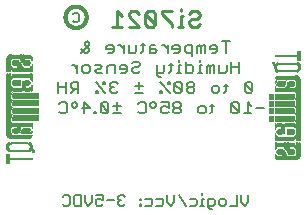
<source format=gbr>
G04 EAGLE Gerber RS-274X export*
G75*
%MOMM*%
%FSLAX34Y34*%
%LPD*%
%INSilkscreen Bottom*%
%IPPOS*%
%AMOC8*
5,1,8,0,0,1.08239X$1,22.5*%
G01*
%ADD10C,0.228600*%
%ADD11C,0.177800*%
%ADD12C,0.127000*%
%ADD13C,0.304800*%
%ADD14C,0.203200*%
%ADD15R,0.022863X0.462278*%
%ADD16R,0.022863X0.462281*%
%ADD17R,0.022863X0.436881*%
%ADD18R,0.023113X0.462278*%
%ADD19R,0.023113X0.462281*%
%ADD20R,0.023113X0.436881*%
%ADD21R,0.023116X0.462278*%
%ADD22R,0.023116X0.462281*%
%ADD23R,0.023116X0.436881*%
%ADD24R,0.023113X0.022863*%
%ADD25R,0.023116X0.091441*%
%ADD26R,0.023113X0.139700*%
%ADD27R,0.023116X0.185419*%
%ADD28R,0.023113X0.254000*%
%ADD29R,0.023113X0.299719*%
%ADD30R,0.023116X0.345438*%
%ADD31R,0.023113X0.391159*%
%ADD32R,0.023116X0.393700*%
%ADD33R,0.022863X0.325119*%
%ADD34R,0.022863X0.599438*%
%ADD35R,0.022863X0.622300*%
%ADD36R,0.022863X0.530859*%
%ADD37R,0.022863X0.439422*%
%ADD38R,0.022863X0.231138*%
%ADD39R,0.022863X0.071119*%
%ADD40R,0.022863X0.533400*%
%ADD41R,0.022863X0.208281*%
%ADD42R,0.023113X0.345441*%
%ADD43R,0.023113X0.576578*%
%ADD44R,0.023113X0.599438*%
%ADD45R,0.023113X0.508000*%
%ADD46R,0.023113X0.416563*%
%ADD47R,0.023113X0.208278*%
%ADD48R,0.023113X0.553722*%
%ADD49R,0.023113X0.208281*%
%ADD50R,0.023116X0.345441*%
%ADD51R,0.023116X0.530859*%
%ADD52R,0.023116X0.370841*%
%ADD53R,0.023116X0.162559*%
%ADD54R,0.023116X0.576581*%
%ADD55R,0.023116X0.208281*%
%ADD56R,0.023113X0.322578*%
%ADD57R,0.023113X0.485137*%
%ADD58R,0.023113X0.416559*%
%ADD59R,0.023113X0.347981*%
%ADD60R,0.023113X0.116838*%
%ADD61R,0.023113X0.647700*%
%ADD62R,0.023116X0.322581*%
%ADD63R,0.023116X0.485137*%
%ADD64R,0.023116X0.093978*%
%ADD65R,0.023116X0.231141*%
%ADD66R,0.023116X0.693419*%
%ADD67R,0.023113X0.322581*%
%ADD68R,0.023113X0.439419*%
%ADD69R,0.023113X0.370841*%
%ADD70R,0.023113X0.299722*%
%ADD71R,0.023113X0.045719*%
%ADD72R,0.023113X0.739138*%
%ADD73R,0.023113X0.414019*%
%ADD74R,0.023113X0.347978*%
%ADD75R,0.023113X0.762000*%
%ADD76R,0.023116X0.414019*%
%ADD77R,0.023116X0.182881*%
%ADD78R,0.023116X0.347978*%
%ADD79R,0.023116X0.276863*%
%ADD80R,0.023116X0.116841*%
%ADD81R,0.023116X0.276859*%
%ADD82R,0.023116X0.784863*%
%ADD83R,0.023113X0.325119*%
%ADD84R,0.023113X0.276863*%
%ADD85R,0.023113X0.276859*%
%ADD86R,0.023116X0.325119*%
%ADD87R,0.023116X0.391159*%
%ADD88R,0.023116X0.302259*%
%ADD89R,0.023116X0.254000*%
%ADD90R,0.023113X0.302259*%
%ADD91R,0.023113X0.393700*%
%ADD92R,0.023113X0.231141*%
%ADD93R,0.022863X0.302259*%
%ADD94R,0.022863X0.439419*%
%ADD95R,0.022863X0.368300*%
%ADD96R,0.022863X0.391159*%
%ADD97R,0.022863X0.416559*%
%ADD98R,0.022863X0.276863*%
%ADD99R,0.022863X0.205741*%
%ADD100R,0.023113X0.368300*%
%ADD101R,0.023113X0.205741*%
%ADD102R,0.023116X0.368300*%
%ADD103R,0.023116X0.205741*%
%ADD104R,0.023113X0.182881*%
%ADD105R,0.022863X0.276859*%
%ADD106R,0.022863X0.182881*%
%ADD107R,0.023113X0.924559*%
%ADD108R,0.023116X0.924559*%
%ADD109R,0.023113X0.901700*%
%ADD110R,0.023116X0.901700*%
%ADD111R,0.023113X0.878841*%
%ADD112R,0.023116X0.855981*%
%ADD113R,0.023113X0.833119*%
%ADD114R,0.022863X0.787400*%
%ADD115R,0.022863X0.414019*%
%ADD116R,0.022863X0.924559*%
%ADD117R,0.023113X0.739141*%
%ADD118R,0.023116X0.716281*%
%ADD119R,0.023116X0.299722*%
%ADD120R,0.023113X0.670559*%
%ADD121R,0.023116X0.647700*%
%ADD122R,0.023116X0.508000*%
%ADD123R,0.023116X0.299719*%
%ADD124R,0.023113X0.601981*%
%ADD125R,0.023113X0.530859*%
%ADD126R,0.023113X0.231138*%
%ADD127R,0.023113X0.556259*%
%ADD128R,0.023113X0.185419*%
%ADD129R,0.023116X0.533400*%
%ADD130R,0.023116X0.599438*%
%ADD131R,0.023116X0.416563*%
%ADD132R,0.023116X0.116838*%
%ADD133R,0.023113X0.485141*%
%ADD134R,0.023113X0.645159*%
%ADD135R,0.023113X0.716278*%
%ADD136R,0.022863X0.393700*%
%ADD137R,0.022863X0.762000*%
%ADD138R,0.022863X0.624841*%
%ADD139R,0.023113X0.784859*%
%ADD140R,0.023113X0.693422*%
%ADD141R,0.023116X0.830578*%
%ADD142R,0.023116X0.739141*%
%ADD143R,0.023113X0.876300*%
%ADD144R,0.023113X0.807722*%
%ADD145R,0.023116X0.899159*%
%ADD146R,0.023116X0.878841*%
%ADD147R,0.023113X0.922019*%
%ADD148R,0.023113X0.947419*%
%ADD149R,0.023116X0.970278*%
%ADD150R,0.023113X0.970278*%
%ADD151R,0.023116X0.439419*%
%ADD152R,0.022863X0.299722*%
%ADD153R,0.023116X0.416559*%
%ADD154R,0.023116X0.347981*%
%ADD155R,0.023113X0.137159*%
%ADD156R,0.023113X0.093978*%
%ADD157R,0.023113X0.091441*%
%ADD158R,0.023113X0.093981*%
%ADD159R,0.023113X0.114300*%
%ADD160R,0.023116X0.045719*%
%ADD161R,0.023116X0.045722*%
%ADD162R,0.023113X0.071119*%
%ADD163R,0.023113X0.116841*%
%ADD164R,0.023116X0.139700*%
%ADD165R,0.022863X0.322581*%
%ADD166R,0.022863X0.345441*%
%ADD167R,0.022863X0.162559*%
%ADD168R,0.022863X0.576581*%
%ADD169R,0.023113X0.668019*%
%ADD170R,0.023113X0.533400*%
%ADD171R,0.023116X1.455419*%
%ADD172R,0.023116X5.519419*%
%ADD173R,0.023113X1.455419*%
%ADD174R,0.023113X5.519419*%
%ADD175R,0.023116X5.494019*%
%ADD176R,0.023113X1.430019*%
%ADD177R,0.023113X5.494019*%
%ADD178R,0.023116X1.430019*%
%ADD179R,0.023116X5.471159*%
%ADD180R,0.023116X0.762000*%
%ADD181R,0.023113X1.407159*%
%ADD182R,0.023113X5.471159*%
%ADD183R,0.022863X1.384300*%
%ADD184R,0.022863X5.448300*%
%ADD185R,0.022863X0.716278*%
%ADD186R,0.022863X0.878841*%
%ADD187R,0.023113X1.361438*%
%ADD188R,0.023113X5.425438*%
%ADD189R,0.023116X1.338578*%
%ADD190R,0.023116X5.402578*%
%ADD191R,0.023116X0.624841*%
%ADD192R,0.023113X1.292859*%
%ADD193R,0.023113X5.356859*%
%ADD194R,0.023116X1.224278*%
%ADD195R,0.023116X5.288278*%


D10*
X156973Y168157D02*
X159134Y170318D01*
X163456Y170318D01*
X165617Y168157D01*
X165617Y165996D01*
X163456Y163836D01*
X159134Y163836D01*
X156973Y161675D01*
X156973Y159514D01*
X159134Y157353D01*
X163456Y157353D01*
X165617Y159514D01*
X151584Y165996D02*
X149423Y165996D01*
X149423Y157353D01*
X151584Y157353D02*
X147262Y157353D01*
X149423Y170318D02*
X149423Y172479D01*
X142229Y170318D02*
X133585Y170318D01*
X133585Y168157D01*
X142229Y159514D01*
X142229Y157353D01*
X128196Y159514D02*
X128196Y168157D01*
X126035Y170318D01*
X121713Y170318D01*
X119552Y168157D01*
X119552Y159514D01*
X121713Y157353D01*
X126035Y157353D01*
X128196Y159514D01*
X119552Y168157D01*
X114163Y157353D02*
X105520Y157353D01*
X114163Y157353D02*
X105520Y165996D01*
X105520Y168157D01*
X107681Y170318D01*
X112002Y170318D01*
X114163Y168157D01*
X100130Y165996D02*
X95809Y170318D01*
X95809Y157353D01*
X100130Y157353D02*
X91487Y157353D01*
D11*
X187793Y144852D02*
X187793Y135192D01*
X191013Y144852D02*
X184573Y144852D01*
X178878Y135192D02*
X175658Y135192D01*
X178878Y135192D02*
X180488Y136802D01*
X180488Y140022D01*
X178878Y141632D01*
X175658Y141632D01*
X174048Y140022D01*
X174048Y138412D01*
X180488Y138412D01*
X169963Y135192D02*
X169963Y141632D01*
X168353Y141632D01*
X166743Y140022D01*
X166743Y135192D01*
X166743Y140022D02*
X165133Y141632D01*
X163523Y140022D01*
X163523Y135192D01*
X159439Y131971D02*
X159439Y141632D01*
X154609Y141632D01*
X152999Y140022D01*
X152999Y136802D01*
X154609Y135192D01*
X159439Y135192D01*
X147304Y135192D02*
X144084Y135192D01*
X147304Y135192D02*
X148914Y136802D01*
X148914Y140022D01*
X147304Y141632D01*
X144084Y141632D01*
X142474Y140022D01*
X142474Y138412D01*
X148914Y138412D01*
X138390Y135192D02*
X138390Y141632D01*
X138390Y138412D02*
X135170Y141632D01*
X133560Y141632D01*
X128009Y141632D02*
X124789Y141632D01*
X123179Y140022D01*
X123179Y135192D01*
X128009Y135192D01*
X129619Y136802D01*
X128009Y138412D01*
X123179Y138412D01*
X117485Y136802D02*
X117485Y143242D01*
X117485Y136802D02*
X115875Y135192D01*
X115875Y141632D02*
X119095Y141632D01*
X112078Y141632D02*
X112078Y136802D01*
X110468Y135192D01*
X105638Y135192D01*
X105638Y141632D01*
X101554Y141632D02*
X101554Y135192D01*
X101554Y138412D02*
X98334Y141632D01*
X96724Y141632D01*
X91173Y135192D02*
X87953Y135192D01*
X91173Y135192D02*
X92783Y136802D01*
X92783Y140022D01*
X91173Y141632D01*
X87953Y141632D01*
X86343Y140022D01*
X86343Y138412D01*
X92783Y138412D01*
X68514Y135192D02*
X65294Y138412D01*
X68514Y135192D02*
X70124Y135192D01*
X71734Y136802D01*
X71734Y138412D01*
X68514Y141632D01*
X68514Y143242D01*
X70124Y144852D01*
X71734Y143242D01*
X71734Y141632D01*
X65294Y135192D01*
X198906Y127707D02*
X198906Y118047D01*
X198906Y122877D02*
X192466Y122877D01*
X192466Y127707D02*
X192466Y118047D01*
X188382Y119657D02*
X188382Y124487D01*
X188382Y119657D02*
X186771Y118047D01*
X181941Y118047D01*
X181941Y124487D01*
X177857Y124487D02*
X177857Y118047D01*
X177857Y124487D02*
X176247Y124487D01*
X174637Y122877D01*
X174637Y118047D01*
X174637Y122877D02*
X173027Y124487D01*
X171417Y122877D01*
X171417Y118047D01*
X167332Y124487D02*
X165722Y124487D01*
X165722Y118047D01*
X167332Y118047D02*
X164112Y118047D01*
X165722Y127707D02*
X165722Y129317D01*
X153876Y127707D02*
X153876Y118047D01*
X158706Y118047D01*
X160316Y119657D01*
X160316Y122877D01*
X158706Y124487D01*
X153876Y124487D01*
X149791Y124487D02*
X148181Y124487D01*
X148181Y118047D01*
X149791Y118047D02*
X146571Y118047D01*
X148181Y127707D02*
X148181Y129317D01*
X141165Y126097D02*
X141165Y119657D01*
X139555Y118047D01*
X139555Y124487D02*
X142775Y124487D01*
X135759Y124487D02*
X135759Y119657D01*
X134149Y118047D01*
X129318Y118047D01*
X129318Y116436D02*
X129318Y124487D01*
X129318Y116436D02*
X130928Y114826D01*
X132539Y114826D01*
X109879Y127707D02*
X108269Y126097D01*
X109879Y127707D02*
X113099Y127707D01*
X114709Y126097D01*
X114709Y124487D01*
X113099Y122877D01*
X109879Y122877D01*
X108269Y121267D01*
X108269Y119657D01*
X109879Y118047D01*
X113099Y118047D01*
X114709Y119657D01*
X102575Y118047D02*
X99355Y118047D01*
X102575Y118047D02*
X104185Y119657D01*
X104185Y122877D01*
X102575Y124487D01*
X99355Y124487D01*
X97745Y122877D01*
X97745Y121267D01*
X104185Y121267D01*
X93660Y118047D02*
X93660Y124487D01*
X88830Y124487D01*
X87220Y122877D01*
X87220Y118047D01*
X83136Y118047D02*
X78306Y118047D01*
X76695Y119657D01*
X78306Y121267D01*
X81526Y121267D01*
X83136Y122877D01*
X81526Y124487D01*
X76695Y124487D01*
X71001Y118047D02*
X67781Y118047D01*
X66171Y119657D01*
X66171Y122877D01*
X67781Y124487D01*
X71001Y124487D01*
X72611Y122877D01*
X72611Y119657D01*
X71001Y118047D01*
X62086Y118047D02*
X62086Y124487D01*
X62086Y121267D02*
X58866Y124487D01*
X57256Y124487D01*
X210308Y108952D02*
X210308Y102512D01*
X210308Y108952D02*
X208698Y110562D01*
X205478Y110562D01*
X203868Y108952D01*
X203868Y102512D01*
X205478Y100902D01*
X208698Y100902D01*
X210308Y102512D01*
X203868Y108952D01*
X187649Y108952D02*
X187649Y102512D01*
X186039Y100902D01*
X186039Y107342D02*
X189259Y107342D01*
X180632Y100902D02*
X177412Y100902D01*
X175802Y102512D01*
X175802Y105732D01*
X177412Y107342D01*
X180632Y107342D01*
X182242Y105732D01*
X182242Y102512D01*
X180632Y100902D01*
X161193Y108952D02*
X159583Y110562D01*
X156363Y110562D01*
X154753Y108952D01*
X154753Y107342D01*
X156363Y105732D01*
X154753Y104122D01*
X154753Y102512D01*
X156363Y100902D01*
X159583Y100902D01*
X161193Y102512D01*
X161193Y104122D01*
X159583Y105732D01*
X161193Y107342D01*
X161193Y108952D01*
X159583Y105732D02*
X156363Y105732D01*
X150668Y102512D02*
X150668Y108952D01*
X149058Y110562D01*
X145838Y110562D01*
X144228Y108952D01*
X144228Y102512D01*
X145838Y100902D01*
X149058Y100902D01*
X150668Y102512D01*
X144228Y108952D01*
X133704Y102512D02*
X133704Y100902D01*
X133704Y102512D02*
X132094Y102512D01*
X132094Y100902D01*
X133704Y100902D01*
X138534Y110562D02*
X140144Y110562D01*
X138534Y110562D02*
X138534Y108952D01*
X140144Y108952D01*
X140144Y110562D01*
X132094Y110562D02*
X140144Y100902D01*
X117341Y100902D02*
X110900Y100902D01*
X110900Y107342D02*
X117341Y107342D01*
X114120Y110562D02*
X114120Y104122D01*
X96291Y108952D02*
X94681Y110562D01*
X91461Y110562D01*
X89851Y108952D01*
X89851Y107342D01*
X91461Y105732D01*
X93071Y105732D01*
X91461Y105732D02*
X89851Y104122D01*
X89851Y102512D01*
X91461Y100902D01*
X94681Y100902D01*
X96291Y102512D01*
X79327Y102512D02*
X79327Y100902D01*
X79327Y102512D02*
X77717Y102512D01*
X77717Y100902D01*
X79327Y100902D01*
X84157Y110562D02*
X85767Y110562D01*
X84157Y110562D02*
X84157Y108952D01*
X85767Y108952D01*
X85767Y110562D01*
X77717Y110562D02*
X85767Y100902D01*
X62963Y100902D02*
X62963Y110562D01*
X58133Y110562D01*
X56523Y108952D01*
X56523Y105732D01*
X58133Y104122D01*
X62963Y104122D01*
X59743Y104122D02*
X56523Y100902D01*
X52439Y100902D02*
X52439Y110562D01*
X52439Y105732D02*
X45999Y105732D01*
X45999Y110562D02*
X45999Y100902D01*
X213515Y88587D02*
X219955Y88587D01*
X209431Y90197D02*
X206211Y93417D01*
X206211Y83757D01*
X209431Y83757D02*
X202991Y83757D01*
X198906Y85367D02*
X198906Y91807D01*
X197296Y93417D01*
X194076Y93417D01*
X192466Y91807D01*
X192466Y85367D01*
X194076Y83757D01*
X197296Y83757D01*
X198906Y85367D01*
X192466Y91807D01*
X176247Y91807D02*
X176247Y85367D01*
X174637Y83757D01*
X174637Y90197D02*
X177857Y90197D01*
X169231Y83757D02*
X166010Y83757D01*
X164400Y85367D01*
X164400Y88587D01*
X166010Y90197D01*
X169231Y90197D01*
X170841Y88587D01*
X170841Y85367D01*
X169231Y83757D01*
X149791Y91807D02*
X148181Y93417D01*
X144961Y93417D01*
X143351Y91807D01*
X143351Y90197D01*
X144961Y88587D01*
X143351Y86977D01*
X143351Y85367D01*
X144961Y83757D01*
X148181Y83757D01*
X149791Y85367D01*
X149791Y86977D01*
X148181Y88587D01*
X149791Y90197D01*
X149791Y91807D01*
X148181Y88587D02*
X144961Y88587D01*
X139267Y93417D02*
X132827Y93417D01*
X139267Y93417D02*
X139267Y88587D01*
X136047Y90197D01*
X134437Y90197D01*
X132827Y88587D01*
X132827Y85367D01*
X134437Y83757D01*
X137657Y83757D01*
X139267Y85367D01*
X127132Y93417D02*
X125522Y93417D01*
X123912Y91807D01*
X123912Y90197D01*
X125522Y88587D01*
X127132Y88587D01*
X128742Y90197D01*
X128742Y91807D01*
X127132Y93417D01*
X115142Y93417D02*
X113532Y91807D01*
X115142Y93417D02*
X118362Y93417D01*
X119972Y91807D01*
X119972Y85367D01*
X118362Y83757D01*
X115142Y83757D01*
X113532Y85367D01*
X98923Y83757D02*
X92482Y83757D01*
X92482Y90197D02*
X98923Y90197D01*
X95702Y93417D02*
X95702Y86977D01*
X88398Y85367D02*
X88398Y91807D01*
X86788Y93417D01*
X83568Y93417D01*
X81958Y91807D01*
X81958Y85367D01*
X83568Y83757D01*
X86788Y83757D01*
X88398Y85367D01*
X81958Y91807D01*
X77873Y85367D02*
X77873Y83757D01*
X77873Y85367D02*
X76263Y85367D01*
X76263Y83757D01*
X77873Y83757D01*
X67781Y83757D02*
X67781Y93417D01*
X72611Y88587D01*
X66171Y88587D01*
X60476Y93417D02*
X58866Y93417D01*
X57256Y91807D01*
X57256Y90197D01*
X58866Y88587D01*
X60476Y88587D01*
X62086Y90197D01*
X62086Y91807D01*
X60476Y93417D01*
X48486Y93417D02*
X46876Y91807D01*
X48486Y93417D02*
X51706Y93417D01*
X53316Y91807D01*
X53316Y85367D01*
X51706Y83757D01*
X48486Y83757D01*
X46876Y85367D01*
D12*
X206664Y14613D02*
X206664Y8681D01*
X203698Y5715D01*
X200732Y8681D01*
X200732Y14613D01*
X197309Y14613D02*
X197309Y5715D01*
X191377Y5715D01*
X186470Y5715D02*
X183505Y5715D01*
X182022Y7198D01*
X182022Y10164D01*
X183505Y11647D01*
X186470Y11647D01*
X187953Y10164D01*
X187953Y7198D01*
X186470Y5715D01*
X175632Y2749D02*
X174149Y2749D01*
X172666Y4232D01*
X172666Y11647D01*
X177115Y11647D01*
X178598Y10164D01*
X178598Y7198D01*
X177115Y5715D01*
X172666Y5715D01*
X169243Y11647D02*
X167760Y11647D01*
X167760Y5715D01*
X169243Y5715D02*
X166277Y5715D01*
X167760Y14613D02*
X167760Y16096D01*
X161523Y11647D02*
X157075Y11647D01*
X161523Y11647D02*
X163006Y10164D01*
X163006Y7198D01*
X161523Y5715D01*
X157075Y5715D01*
X153651Y5715D02*
X147719Y14613D01*
X144296Y14613D02*
X144296Y8681D01*
X141330Y5715D01*
X138364Y8681D01*
X138364Y14613D01*
X133458Y11647D02*
X129009Y11647D01*
X133458Y11647D02*
X134941Y10164D01*
X134941Y7198D01*
X133458Y5715D01*
X129009Y5715D01*
X124103Y11647D02*
X119654Y11647D01*
X124103Y11647D02*
X125585Y10164D01*
X125585Y7198D01*
X124103Y5715D01*
X119654Y5715D01*
X116230Y11647D02*
X114747Y11647D01*
X114747Y10164D01*
X116230Y10164D01*
X116230Y11647D01*
X116230Y7198D02*
X114747Y7198D01*
X114747Y5715D01*
X116230Y5715D01*
X116230Y7198D01*
X102198Y13130D02*
X100715Y14613D01*
X97749Y14613D01*
X96266Y13130D01*
X96266Y11647D01*
X97749Y10164D01*
X99232Y10164D01*
X97749Y10164D02*
X96266Y8681D01*
X96266Y7198D01*
X97749Y5715D01*
X100715Y5715D01*
X102198Y7198D01*
X92842Y10164D02*
X86911Y10164D01*
X83487Y14613D02*
X77555Y14613D01*
X83487Y14613D02*
X83487Y10164D01*
X80521Y11647D01*
X79038Y11647D01*
X77555Y10164D01*
X77555Y7198D01*
X79038Y5715D01*
X82004Y5715D01*
X83487Y7198D01*
X74132Y8681D02*
X74132Y14613D01*
X74132Y8681D02*
X71166Y5715D01*
X68200Y8681D01*
X68200Y14613D01*
X64777Y14613D02*
X64777Y5715D01*
X60328Y5715D01*
X58845Y7198D01*
X58845Y13130D01*
X60328Y14613D01*
X64777Y14613D01*
X50973Y14613D02*
X49490Y13130D01*
X50973Y14613D02*
X53939Y14613D01*
X55422Y13130D01*
X55422Y7198D01*
X53939Y5715D01*
X50973Y5715D01*
X49490Y7198D01*
D13*
X51980Y165100D02*
X51983Y165320D01*
X51991Y165541D01*
X52004Y165761D01*
X52023Y165980D01*
X52048Y166199D01*
X52077Y166418D01*
X52112Y166635D01*
X52153Y166852D01*
X52198Y167068D01*
X52249Y167282D01*
X52305Y167495D01*
X52367Y167707D01*
X52433Y167917D01*
X52505Y168125D01*
X52582Y168332D01*
X52664Y168536D01*
X52750Y168739D01*
X52842Y168939D01*
X52939Y169138D01*
X53040Y169333D01*
X53147Y169526D01*
X53258Y169717D01*
X53373Y169904D01*
X53493Y170089D01*
X53618Y170271D01*
X53747Y170449D01*
X53881Y170625D01*
X54018Y170797D01*
X54160Y170965D01*
X54306Y171131D01*
X54456Y171292D01*
X54610Y171450D01*
X54768Y171604D01*
X54929Y171754D01*
X55095Y171900D01*
X55263Y172042D01*
X55435Y172179D01*
X55611Y172313D01*
X55789Y172442D01*
X55971Y172567D01*
X56156Y172687D01*
X56343Y172802D01*
X56534Y172913D01*
X56727Y173020D01*
X56922Y173121D01*
X57121Y173218D01*
X57321Y173310D01*
X57524Y173396D01*
X57728Y173478D01*
X57935Y173555D01*
X58143Y173627D01*
X58353Y173693D01*
X58565Y173755D01*
X58778Y173811D01*
X58992Y173862D01*
X59208Y173907D01*
X59425Y173948D01*
X59642Y173983D01*
X59861Y174012D01*
X60080Y174037D01*
X60299Y174056D01*
X60519Y174069D01*
X60740Y174077D01*
X60960Y174080D01*
X61180Y174077D01*
X61401Y174069D01*
X61621Y174056D01*
X61840Y174037D01*
X62059Y174012D01*
X62278Y173983D01*
X62495Y173948D01*
X62712Y173907D01*
X62928Y173862D01*
X63142Y173811D01*
X63355Y173755D01*
X63567Y173693D01*
X63777Y173627D01*
X63985Y173555D01*
X64192Y173478D01*
X64396Y173396D01*
X64599Y173310D01*
X64799Y173218D01*
X64998Y173121D01*
X65193Y173020D01*
X65386Y172913D01*
X65577Y172802D01*
X65764Y172687D01*
X65949Y172567D01*
X66131Y172442D01*
X66309Y172313D01*
X66485Y172179D01*
X66657Y172042D01*
X66825Y171900D01*
X66991Y171754D01*
X67152Y171604D01*
X67310Y171450D01*
X67464Y171292D01*
X67614Y171131D01*
X67760Y170965D01*
X67902Y170797D01*
X68039Y170625D01*
X68173Y170449D01*
X68302Y170271D01*
X68427Y170089D01*
X68547Y169904D01*
X68662Y169717D01*
X68773Y169526D01*
X68880Y169333D01*
X68981Y169138D01*
X69078Y168939D01*
X69170Y168739D01*
X69256Y168536D01*
X69338Y168332D01*
X69415Y168125D01*
X69487Y167917D01*
X69553Y167707D01*
X69615Y167495D01*
X69671Y167282D01*
X69722Y167068D01*
X69767Y166852D01*
X69808Y166635D01*
X69843Y166418D01*
X69872Y166199D01*
X69897Y165980D01*
X69916Y165761D01*
X69929Y165541D01*
X69937Y165320D01*
X69940Y165100D01*
X69937Y164880D01*
X69929Y164659D01*
X69916Y164439D01*
X69897Y164220D01*
X69872Y164001D01*
X69843Y163782D01*
X69808Y163565D01*
X69767Y163348D01*
X69722Y163132D01*
X69671Y162918D01*
X69615Y162705D01*
X69553Y162493D01*
X69487Y162283D01*
X69415Y162075D01*
X69338Y161868D01*
X69256Y161664D01*
X69170Y161461D01*
X69078Y161261D01*
X68981Y161062D01*
X68880Y160867D01*
X68773Y160674D01*
X68662Y160483D01*
X68547Y160296D01*
X68427Y160111D01*
X68302Y159929D01*
X68173Y159751D01*
X68039Y159575D01*
X67902Y159403D01*
X67760Y159235D01*
X67614Y159069D01*
X67464Y158908D01*
X67310Y158750D01*
X67152Y158596D01*
X66991Y158446D01*
X66825Y158300D01*
X66657Y158158D01*
X66485Y158021D01*
X66309Y157887D01*
X66131Y157758D01*
X65949Y157633D01*
X65764Y157513D01*
X65577Y157398D01*
X65386Y157287D01*
X65193Y157180D01*
X64998Y157079D01*
X64799Y156982D01*
X64599Y156890D01*
X64396Y156804D01*
X64192Y156722D01*
X63985Y156645D01*
X63777Y156573D01*
X63567Y156507D01*
X63355Y156445D01*
X63142Y156389D01*
X62928Y156338D01*
X62712Y156293D01*
X62495Y156252D01*
X62278Y156217D01*
X62059Y156188D01*
X61840Y156163D01*
X61621Y156144D01*
X61401Y156131D01*
X61180Y156123D01*
X60960Y156120D01*
X60740Y156123D01*
X60519Y156131D01*
X60299Y156144D01*
X60080Y156163D01*
X59861Y156188D01*
X59642Y156217D01*
X59425Y156252D01*
X59208Y156293D01*
X58992Y156338D01*
X58778Y156389D01*
X58565Y156445D01*
X58353Y156507D01*
X58143Y156573D01*
X57935Y156645D01*
X57728Y156722D01*
X57524Y156804D01*
X57321Y156890D01*
X57121Y156982D01*
X56922Y157079D01*
X56727Y157180D01*
X56534Y157287D01*
X56343Y157398D01*
X56156Y157513D01*
X55971Y157633D01*
X55789Y157758D01*
X55611Y157887D01*
X55435Y158021D01*
X55263Y158158D01*
X55095Y158300D01*
X54929Y158446D01*
X54768Y158596D01*
X54610Y158750D01*
X54456Y158908D01*
X54306Y159069D01*
X54160Y159235D01*
X54018Y159403D01*
X53881Y159575D01*
X53747Y159751D01*
X53618Y159929D01*
X53493Y160111D01*
X53373Y160296D01*
X53258Y160483D01*
X53147Y160674D01*
X53040Y160867D01*
X52939Y161062D01*
X52842Y161261D01*
X52750Y161461D01*
X52664Y161664D01*
X52582Y161868D01*
X52505Y162075D01*
X52433Y162283D01*
X52367Y162493D01*
X52305Y162705D01*
X52249Y162918D01*
X52198Y163132D01*
X52153Y163348D01*
X52112Y163565D01*
X52077Y163782D01*
X52048Y164001D01*
X52023Y164220D01*
X52004Y164439D01*
X51991Y164659D01*
X51983Y164880D01*
X51980Y165100D01*
D14*
X58077Y167815D02*
X59433Y169171D01*
X62144Y169171D01*
X63500Y167815D01*
X63500Y162392D01*
X62144Y161036D01*
X59433Y161036D01*
X58077Y162392D01*
D15*
X224790Y79197D03*
D16*
X224790Y85446D03*
X224790Y91669D03*
D17*
X224790Y98019D03*
D18*
X225020Y79197D03*
D19*
X225020Y85446D03*
X225020Y91669D03*
D20*
X225020Y98019D03*
D21*
X225251Y79197D03*
D22*
X225251Y85446D03*
X225251Y91669D03*
D23*
X225251Y98019D03*
D18*
X225482Y79197D03*
D19*
X225482Y85446D03*
X225482Y91669D03*
D20*
X225482Y98019D03*
D21*
X225713Y79197D03*
D22*
X225713Y85446D03*
X225713Y91669D03*
D23*
X225713Y98019D03*
D18*
X225944Y79197D03*
D19*
X225944Y85446D03*
X225944Y91669D03*
D20*
X225944Y98019D03*
D18*
X226176Y79197D03*
D19*
X226176Y85446D03*
X226176Y91669D03*
D20*
X226176Y98019D03*
D21*
X226407Y79197D03*
D22*
X226407Y85446D03*
X226407Y91669D03*
D23*
X226407Y98019D03*
D18*
X226638Y79197D03*
D19*
X226638Y85446D03*
X226638Y91669D03*
D20*
X226638Y98019D03*
D21*
X226869Y79197D03*
D22*
X226869Y85446D03*
X226869Y91669D03*
D23*
X226869Y98019D03*
D18*
X227100Y79197D03*
D19*
X227100Y85446D03*
X227100Y91669D03*
D20*
X227100Y98019D03*
D15*
X227330Y79197D03*
D16*
X227330Y85446D03*
X227330Y91669D03*
D17*
X227330Y98019D03*
D18*
X227560Y79197D03*
D19*
X227560Y85446D03*
X227560Y91669D03*
D20*
X227560Y98019D03*
D24*
X227560Y126429D03*
D21*
X227791Y79197D03*
D22*
X227791Y85446D03*
X227791Y91669D03*
D23*
X227791Y98019D03*
D25*
X227791Y126314D03*
D18*
X228022Y79197D03*
D19*
X228022Y85446D03*
X228022Y91669D03*
D20*
X228022Y98019D03*
D26*
X228022Y126073D03*
D21*
X228253Y79197D03*
D22*
X228253Y85446D03*
X228253Y91669D03*
D23*
X228253Y98019D03*
D27*
X228253Y126073D03*
D18*
X228484Y79197D03*
D19*
X228484Y85446D03*
X228484Y91669D03*
D20*
X228484Y98019D03*
D28*
X228484Y125959D03*
D18*
X228716Y79197D03*
D19*
X228716Y85446D03*
X228716Y91669D03*
D20*
X228716Y98019D03*
D29*
X228716Y125730D03*
D21*
X228947Y79197D03*
D22*
X228947Y85446D03*
X228947Y91669D03*
D23*
X228947Y98019D03*
D30*
X228947Y125730D03*
D31*
X229178Y125501D03*
D32*
X229409Y125032D03*
D18*
X229640Y124003D03*
D33*
X229870Y48031D03*
D34*
X229870Y55880D03*
D35*
X229870Y63614D03*
D36*
X229870Y72631D03*
D15*
X229870Y79197D03*
D16*
X229870Y85446D03*
X229870Y91669D03*
D17*
X229870Y98019D03*
D37*
X229870Y104254D03*
D38*
X229870Y109919D03*
D39*
X229870Y113030D03*
D40*
X229870Y123190D03*
D41*
X229870Y132436D03*
D42*
X230100Y47676D03*
D43*
X230100Y55994D03*
D44*
X230100Y63500D03*
D45*
X230100Y72746D03*
D18*
X230100Y79197D03*
D19*
X230100Y85446D03*
X230100Y91669D03*
D20*
X230100Y98019D03*
D46*
X230100Y104140D03*
D47*
X230100Y110033D03*
D26*
X230100Y113373D03*
D48*
X230100Y122606D03*
D49*
X230100Y132436D03*
D50*
X230331Y47219D03*
D51*
X230331Y56223D03*
X230331Y63157D03*
D21*
X230331Y72974D03*
X230331Y79197D03*
D22*
X230331Y85446D03*
X230331Y91669D03*
D23*
X230331Y98019D03*
D52*
X230331Y103911D03*
D53*
X230331Y110261D03*
D27*
X230331Y113602D03*
D54*
X230331Y122492D03*
D55*
X230331Y132436D03*
D56*
X230562Y46876D03*
D57*
X230562Y56452D03*
D45*
X230562Y63043D03*
D58*
X230562Y73203D03*
D18*
X230562Y79197D03*
D19*
X230562Y85446D03*
X230562Y91669D03*
D20*
X230562Y98019D03*
D59*
X230562Y103797D03*
D60*
X230562Y110490D03*
D47*
X230562Y113716D03*
D61*
X230562Y122619D03*
D49*
X230562Y132436D03*
D62*
X230793Y46647D03*
D21*
X230793Y56566D03*
D63*
X230793Y62929D03*
D32*
X230793Y73317D03*
D21*
X230793Y79197D03*
D22*
X230793Y85446D03*
X230793Y91669D03*
D23*
X230793Y98019D03*
D62*
X230793Y103670D03*
D64*
X230793Y110604D03*
D65*
X230793Y113830D03*
D66*
X230793Y122619D03*
D55*
X230793Y132436D03*
D67*
X231024Y46419D03*
D68*
X231024Y56680D03*
D18*
X231024Y62814D03*
D69*
X231024Y73431D03*
D18*
X231024Y79197D03*
D19*
X231024Y85446D03*
X231024Y91669D03*
D20*
X231024Y98019D03*
D70*
X231024Y103556D03*
D71*
X231024Y110846D03*
D28*
X231024Y113944D03*
D72*
X231024Y122619D03*
D49*
X231024Y132436D03*
D67*
X231256Y46190D03*
D73*
X231256Y56807D03*
D68*
X231256Y62700D03*
D74*
X231256Y73546D03*
D18*
X231256Y79197D03*
D19*
X231256Y85446D03*
X231256Y91669D03*
D20*
X231256Y98019D03*
D70*
X231256Y103556D03*
D28*
X231256Y113944D03*
D75*
X231256Y122504D03*
D49*
X231256Y132436D03*
D62*
X231487Y46190D03*
D65*
X231487Y51270D03*
D76*
X231487Y56807D03*
X231487Y62573D03*
D77*
X231487Y68351D03*
D78*
X231487Y73546D03*
D21*
X231487Y79197D03*
D22*
X231487Y85446D03*
X231487Y91669D03*
D23*
X231487Y98019D03*
D79*
X231487Y103442D03*
D80*
X231487Y108179D03*
D81*
X231487Y114059D03*
D82*
X231487Y122619D03*
D55*
X231487Y132436D03*
D83*
X231718Y45949D03*
D67*
X231718Y51270D03*
D31*
X231718Y56921D03*
D73*
X231718Y62573D03*
D83*
X231718Y68351D03*
X231718Y73660D03*
D18*
X231718Y79197D03*
D19*
X231718Y85446D03*
X231718Y91669D03*
D20*
X231718Y98019D03*
D84*
X231718Y103442D03*
D85*
X231718Y108293D03*
X231718Y114059D03*
D84*
X231718Y120079D03*
D85*
X231718Y125387D03*
D49*
X231718Y132436D03*
D86*
X231949Y45949D03*
D52*
X231949Y51257D03*
D87*
X231949Y56921D03*
D76*
X231949Y62573D03*
D52*
X231949Y68351D03*
D86*
X231949Y73660D03*
D21*
X231949Y79197D03*
D22*
X231949Y85446D03*
X231949Y91669D03*
D23*
X231949Y98019D03*
D79*
X231949Y103442D03*
D50*
X231949Y108407D03*
D88*
X231949Y114186D03*
D89*
X231949Y119736D03*
D65*
X231949Y125616D03*
D55*
X231949Y132436D03*
D83*
X232180Y45949D03*
D58*
X232180Y51257D03*
D31*
X232180Y56921D03*
X232180Y62459D03*
D58*
X232180Y68351D03*
D90*
X232180Y73774D03*
D18*
X232180Y79197D03*
D19*
X232180Y85446D03*
X232180Y91669D03*
D20*
X232180Y98019D03*
D84*
X232180Y103442D03*
D91*
X232180Y108649D03*
D90*
X232180Y114186D03*
D92*
X232180Y119621D03*
D49*
X232180Y125730D03*
X232180Y132436D03*
D93*
X232410Y45834D03*
D94*
X232410Y51143D03*
D95*
X232410Y57036D03*
D96*
X232410Y62459D03*
D97*
X232410Y68351D03*
D93*
X232410Y73774D03*
D15*
X232410Y79197D03*
D16*
X232410Y85446D03*
X232410Y91669D03*
D17*
X232410Y98019D03*
D98*
X232410Y103442D03*
D94*
X232410Y108649D03*
D93*
X232410Y114186D03*
D99*
X232410Y119494D03*
D41*
X232410Y125730D03*
X232410Y132436D03*
D90*
X232640Y45834D03*
D18*
X232640Y51257D03*
D100*
X232640Y57036D03*
D31*
X232640Y62459D03*
D19*
X232640Y68351D03*
D90*
X232640Y73774D03*
D18*
X232640Y79197D03*
D19*
X232640Y85446D03*
X232640Y91669D03*
D20*
X232640Y98019D03*
D84*
X232640Y103442D03*
D18*
X232640Y108763D03*
D90*
X232640Y114186D03*
D101*
X232640Y119494D03*
D49*
X232640Y125959D03*
X232640Y132436D03*
D88*
X232871Y45834D03*
D21*
X232871Y51257D03*
D102*
X232871Y57036D03*
D87*
X232871Y62459D03*
D22*
X232871Y68351D03*
D88*
X232871Y73774D03*
D21*
X232871Y79197D03*
D22*
X232871Y85446D03*
X232871Y91669D03*
D23*
X232871Y98019D03*
D79*
X232871Y103442D03*
D21*
X232871Y108763D03*
D88*
X232871Y114186D03*
D103*
X232871Y119494D03*
D55*
X232871Y125959D03*
X232871Y132436D03*
D90*
X233102Y45834D03*
D18*
X233102Y51257D03*
D100*
X233102Y57036D03*
X233102Y62344D03*
D19*
X233102Y68351D03*
D90*
X233102Y73774D03*
D18*
X233102Y79197D03*
D19*
X233102Y85446D03*
X233102Y91669D03*
D20*
X233102Y98019D03*
D84*
X233102Y103442D03*
D18*
X233102Y108763D03*
D90*
X233102Y114186D03*
D101*
X233102Y119494D03*
D49*
X233102Y125959D03*
X233102Y132436D03*
D88*
X233333Y45834D03*
D21*
X233333Y51257D03*
D102*
X233333Y57036D03*
X233333Y62344D03*
D22*
X233333Y68351D03*
D88*
X233333Y73774D03*
D21*
X233333Y79197D03*
D22*
X233333Y85446D03*
X233333Y91669D03*
D23*
X233333Y98019D03*
D79*
X233333Y103442D03*
D21*
X233333Y108763D03*
D88*
X233333Y114186D03*
D77*
X233333Y119380D03*
D55*
X233333Y125959D03*
X233333Y132436D03*
D90*
X233564Y45834D03*
D18*
X233564Y51257D03*
D100*
X233564Y57036D03*
X233564Y62344D03*
D19*
X233564Y68351D03*
D90*
X233564Y73774D03*
D18*
X233564Y79197D03*
D19*
X233564Y85446D03*
X233564Y91669D03*
D20*
X233564Y98019D03*
D84*
X233564Y103442D03*
D18*
X233564Y108763D03*
D90*
X233564Y114186D03*
D104*
X233564Y119380D03*
D49*
X233564Y125959D03*
X233564Y132436D03*
D90*
X233796Y45834D03*
D18*
X233796Y51257D03*
D100*
X233796Y57036D03*
X233796Y62344D03*
D19*
X233796Y68351D03*
D85*
X233796Y73901D03*
D18*
X233796Y79197D03*
D19*
X233796Y85446D03*
X233796Y91669D03*
D20*
X233796Y98019D03*
D84*
X233796Y103442D03*
D18*
X233796Y108763D03*
D90*
X233796Y114186D03*
D104*
X233796Y119380D03*
D49*
X233796Y125959D03*
X233796Y132436D03*
D88*
X234027Y45834D03*
D21*
X234027Y51257D03*
D102*
X234027Y57036D03*
X234027Y62344D03*
D22*
X234027Y68351D03*
D81*
X234027Y73901D03*
D21*
X234027Y79197D03*
D22*
X234027Y85446D03*
X234027Y91669D03*
D23*
X234027Y98019D03*
D79*
X234027Y103442D03*
D21*
X234027Y108763D03*
D88*
X234027Y114186D03*
D77*
X234027Y119380D03*
D55*
X234027Y125959D03*
X234027Y132436D03*
D90*
X234258Y45834D03*
D18*
X234258Y51257D03*
D100*
X234258Y57036D03*
X234258Y62344D03*
D19*
X234258Y68351D03*
D85*
X234258Y73901D03*
D18*
X234258Y79197D03*
D19*
X234258Y85446D03*
X234258Y91669D03*
D20*
X234258Y98019D03*
D84*
X234258Y103442D03*
D18*
X234258Y108763D03*
D90*
X234258Y114186D03*
D104*
X234258Y119380D03*
D49*
X234258Y125959D03*
X234258Y132436D03*
D88*
X234489Y45834D03*
D21*
X234489Y51257D03*
D102*
X234489Y57036D03*
X234489Y62344D03*
D22*
X234489Y68351D03*
D81*
X234489Y73901D03*
D21*
X234489Y79197D03*
D22*
X234489Y85446D03*
X234489Y91669D03*
D23*
X234489Y98019D03*
D79*
X234489Y103442D03*
D21*
X234489Y108763D03*
D88*
X234489Y114186D03*
D77*
X234489Y119380D03*
D55*
X234489Y125959D03*
X234489Y132436D03*
D90*
X234720Y45834D03*
D18*
X234720Y51257D03*
D100*
X234720Y57036D03*
X234720Y62344D03*
D19*
X234720Y68351D03*
D85*
X234720Y73901D03*
D18*
X234720Y79197D03*
D19*
X234720Y85446D03*
X234720Y91669D03*
D20*
X234720Y98019D03*
D84*
X234720Y103442D03*
D18*
X234720Y108763D03*
D90*
X234720Y114186D03*
D104*
X234720Y119380D03*
D49*
X234720Y125959D03*
X234720Y132436D03*
D93*
X234950Y45834D03*
D15*
X234950Y51257D03*
D95*
X234950Y57036D03*
X234950Y62344D03*
D16*
X234950Y68351D03*
D105*
X234950Y73901D03*
D15*
X234950Y79197D03*
D16*
X234950Y85446D03*
X234950Y91669D03*
D17*
X234950Y98019D03*
D98*
X234950Y103442D03*
D15*
X234950Y108763D03*
D93*
X234950Y114186D03*
D106*
X234950Y119380D03*
D41*
X234950Y125959D03*
X234950Y132436D03*
D90*
X235180Y45834D03*
D18*
X235180Y51257D03*
D100*
X235180Y57036D03*
X235180Y62344D03*
D19*
X235180Y68351D03*
D85*
X235180Y73901D03*
D18*
X235180Y79197D03*
D19*
X235180Y85446D03*
X235180Y91669D03*
D20*
X235180Y98019D03*
D84*
X235180Y103442D03*
D18*
X235180Y108763D03*
D90*
X235180Y114186D03*
D104*
X235180Y119380D03*
D49*
X235180Y125959D03*
X235180Y132436D03*
D88*
X235411Y45834D03*
D21*
X235411Y51257D03*
D102*
X235411Y57036D03*
X235411Y62344D03*
D22*
X235411Y68351D03*
D81*
X235411Y73901D03*
D21*
X235411Y79197D03*
D22*
X235411Y85446D03*
X235411Y91669D03*
D23*
X235411Y98019D03*
D79*
X235411Y103442D03*
D21*
X235411Y108763D03*
D88*
X235411Y114186D03*
D77*
X235411Y119380D03*
D55*
X235411Y125959D03*
X235411Y132436D03*
D90*
X235642Y45834D03*
D18*
X235642Y51257D03*
D100*
X235642Y57036D03*
X235642Y62344D03*
D107*
X235642Y70663D03*
D18*
X235642Y79197D03*
D19*
X235642Y85446D03*
X235642Y91669D03*
D20*
X235642Y98019D03*
D84*
X235642Y103442D03*
D18*
X235642Y108763D03*
D90*
X235642Y114186D03*
D104*
X235642Y119380D03*
D49*
X235642Y125959D03*
X235642Y132436D03*
D88*
X235873Y45834D03*
D21*
X235873Y51257D03*
D102*
X235873Y57036D03*
X235873Y62344D03*
D108*
X235873Y70663D03*
D21*
X235873Y79197D03*
D22*
X235873Y85446D03*
X235873Y91669D03*
D23*
X235873Y98019D03*
D79*
X235873Y103442D03*
D21*
X235873Y108763D03*
D88*
X235873Y114186D03*
D77*
X235873Y119380D03*
D55*
X235873Y125959D03*
X235873Y132436D03*
D90*
X236104Y45834D03*
D68*
X236104Y51143D03*
D100*
X236104Y57036D03*
X236104Y62344D03*
D107*
X236104Y70663D03*
D18*
X236104Y79197D03*
D19*
X236104Y85446D03*
X236104Y91669D03*
D20*
X236104Y98019D03*
D84*
X236104Y103442D03*
D18*
X236104Y108763D03*
D90*
X236104Y114186D03*
D104*
X236104Y119380D03*
D49*
X236104Y125959D03*
X236104Y132436D03*
D109*
X236336Y48832D03*
D100*
X236336Y57036D03*
X236336Y62344D03*
D107*
X236336Y70663D03*
D18*
X236336Y79197D03*
D19*
X236336Y85446D03*
X236336Y91669D03*
D20*
X236336Y98019D03*
D84*
X236336Y103442D03*
D18*
X236336Y108763D03*
D90*
X236336Y114186D03*
D104*
X236336Y119380D03*
D49*
X236336Y125959D03*
X236336Y132436D03*
D110*
X236567Y48832D03*
D102*
X236567Y57036D03*
X236567Y62344D03*
D108*
X236567Y70663D03*
D21*
X236567Y79197D03*
D22*
X236567Y85446D03*
X236567Y91669D03*
D23*
X236567Y98019D03*
D79*
X236567Y103442D03*
D21*
X236567Y108763D03*
D88*
X236567Y114186D03*
D77*
X236567Y119380D03*
D55*
X236567Y125959D03*
X236567Y132436D03*
D111*
X236798Y48717D03*
D31*
X236798Y56921D03*
D100*
X236798Y62344D03*
D107*
X236798Y70663D03*
D18*
X236798Y79197D03*
D19*
X236798Y85446D03*
X236798Y91669D03*
D20*
X236798Y98019D03*
D84*
X236798Y103442D03*
D18*
X236798Y108763D03*
D90*
X236798Y114186D03*
D104*
X236798Y119380D03*
D49*
X236798Y125959D03*
X236798Y132436D03*
D112*
X237029Y48603D03*
D87*
X237029Y56921D03*
D102*
X237029Y62344D03*
D108*
X237029Y70663D03*
D21*
X237029Y79197D03*
D22*
X237029Y85446D03*
X237029Y91669D03*
D23*
X237029Y98019D03*
D79*
X237029Y103442D03*
D21*
X237029Y108763D03*
D88*
X237029Y114186D03*
D77*
X237029Y119380D03*
D55*
X237029Y125959D03*
X237029Y132436D03*
D113*
X237260Y48489D03*
D73*
X237260Y56807D03*
D100*
X237260Y62344D03*
D107*
X237260Y70663D03*
D18*
X237260Y79197D03*
D19*
X237260Y85446D03*
X237260Y91669D03*
D20*
X237260Y98019D03*
D84*
X237260Y103442D03*
D68*
X237260Y108877D03*
D90*
X237260Y114186D03*
D104*
X237260Y119380D03*
D49*
X237260Y125959D03*
X237260Y132436D03*
D114*
X237490Y48260D03*
D115*
X237490Y56807D03*
D95*
X237490Y62344D03*
D116*
X237490Y70663D03*
D15*
X237490Y79197D03*
D16*
X237490Y85446D03*
X237490Y91669D03*
D17*
X237490Y98019D03*
D98*
X237490Y103442D03*
D94*
X237490Y108877D03*
D93*
X237490Y114186D03*
D106*
X237490Y119380D03*
D41*
X237490Y125959D03*
X237490Y132436D03*
D117*
X237720Y48019D03*
D68*
X237720Y56680D03*
D100*
X237720Y62344D03*
D107*
X237720Y70663D03*
D18*
X237720Y79197D03*
D19*
X237720Y85446D03*
X237720Y91669D03*
D20*
X237720Y98019D03*
D70*
X237720Y103556D03*
D58*
X237720Y108991D03*
D90*
X237720Y114186D03*
D104*
X237720Y119380D03*
D49*
X237720Y125959D03*
X237720Y132436D03*
D118*
X237951Y47904D03*
D21*
X237951Y56566D03*
D102*
X237951Y62344D03*
D108*
X237951Y70663D03*
D21*
X237951Y79197D03*
D22*
X237951Y85446D03*
X237951Y91669D03*
D23*
X237951Y98019D03*
D119*
X237951Y103556D03*
D32*
X237951Y109106D03*
D88*
X237951Y114186D03*
D77*
X237951Y119380D03*
D55*
X237951Y125959D03*
X237951Y132436D03*
D120*
X238182Y47676D03*
D57*
X238182Y56452D03*
D100*
X238182Y62344D03*
D107*
X238182Y70663D03*
D18*
X238182Y79197D03*
D19*
X238182Y85446D03*
X238182Y91669D03*
D20*
X238182Y98019D03*
D67*
X238182Y103670D03*
D74*
X238182Y109334D03*
D90*
X238182Y114186D03*
D104*
X238182Y119380D03*
D49*
X238182Y125959D03*
X238182Y132436D03*
D121*
X238413Y47562D03*
D122*
X238413Y56337D03*
D102*
X238413Y62344D03*
D81*
X238413Y73901D03*
D21*
X238413Y79197D03*
D22*
X238413Y85446D03*
X238413Y91669D03*
D23*
X238413Y98019D03*
D62*
X238413Y103670D03*
D123*
X238413Y109576D03*
D88*
X238413Y114186D03*
D77*
X238413Y119380D03*
D55*
X238413Y125959D03*
X238413Y132436D03*
D124*
X238644Y47333D03*
D125*
X238644Y56223D03*
D100*
X238644Y62344D03*
D85*
X238644Y73901D03*
D18*
X238644Y79197D03*
D19*
X238644Y85446D03*
X238644Y91669D03*
D20*
X238644Y98019D03*
D59*
X238644Y103797D03*
D126*
X238644Y109919D03*
D90*
X238644Y114186D03*
D104*
X238644Y119380D03*
D49*
X238644Y125959D03*
X238644Y132436D03*
D127*
X238876Y47104D03*
D43*
X238876Y55994D03*
D100*
X238876Y62344D03*
D85*
X238876Y73901D03*
D18*
X238876Y79197D03*
D19*
X238876Y85446D03*
X238876Y91669D03*
D20*
X238876Y98019D03*
D69*
X238876Y103911D03*
D128*
X238876Y110147D03*
D90*
X238876Y114186D03*
D104*
X238876Y119380D03*
D49*
X238876Y125959D03*
X238876Y132436D03*
D129*
X239107Y46990D03*
D130*
X239107Y55880D03*
D102*
X239107Y62344D03*
D81*
X239107Y73901D03*
D21*
X239107Y79197D03*
D22*
X239107Y85446D03*
X239107Y91669D03*
D23*
X239107Y98019D03*
D131*
X239107Y104140D03*
D132*
X239107Y110490D03*
D88*
X239107Y114186D03*
D77*
X239107Y119380D03*
D55*
X239107Y125959D03*
X239107Y132436D03*
D133*
X239338Y46749D03*
D134*
X239338Y55651D03*
D100*
X239338Y62344D03*
D85*
X239338Y73901D03*
D18*
X239338Y79197D03*
D19*
X239338Y85446D03*
X239338Y91669D03*
D20*
X239338Y98019D03*
D19*
X239338Y104369D03*
D71*
X239338Y110846D03*
D90*
X239338Y114186D03*
D104*
X239338Y119380D03*
D49*
X239338Y125959D03*
X239338Y132436D03*
D22*
X239569Y46634D03*
D66*
X239569Y55410D03*
D102*
X239569Y62344D03*
D81*
X239569Y73901D03*
D21*
X239569Y79197D03*
D22*
X239569Y85446D03*
X239569Y91669D03*
D23*
X239569Y98019D03*
D122*
X239569Y104597D03*
D88*
X239569Y114186D03*
D77*
X239569Y119380D03*
D55*
X239569Y125959D03*
X239569Y132436D03*
D58*
X239800Y46406D03*
D135*
X239800Y55296D03*
D100*
X239800Y62344D03*
D85*
X239800Y73901D03*
D18*
X239800Y79197D03*
D19*
X239800Y85446D03*
X239800Y91669D03*
D20*
X239800Y98019D03*
D48*
X239800Y104826D03*
D90*
X239800Y114186D03*
D104*
X239800Y119380D03*
D49*
X239800Y125959D03*
X239800Y132436D03*
D136*
X240030Y46292D03*
D137*
X240030Y55067D03*
D95*
X240030Y62344D03*
D16*
X240030Y68351D03*
D105*
X240030Y73901D03*
D15*
X240030Y79197D03*
D16*
X240030Y85446D03*
X240030Y91669D03*
D17*
X240030Y98019D03*
D138*
X240030Y105181D03*
D93*
X240030Y114186D03*
D106*
X240030Y119380D03*
D41*
X240030Y125959D03*
X240030Y132436D03*
D69*
X240260Y46177D03*
D139*
X240260Y54953D03*
D100*
X240260Y62344D03*
D19*
X240260Y68351D03*
D85*
X240260Y73901D03*
D18*
X240260Y79197D03*
D19*
X240260Y85446D03*
X240260Y91669D03*
D20*
X240260Y98019D03*
D140*
X240260Y105524D03*
D90*
X240260Y114186D03*
D104*
X240260Y119380D03*
D49*
X240260Y125959D03*
X240260Y132436D03*
D52*
X240491Y46177D03*
D141*
X240491Y54724D03*
D102*
X240491Y62344D03*
D22*
X240491Y68351D03*
D81*
X240491Y73901D03*
D21*
X240491Y79197D03*
D22*
X240491Y85446D03*
X240491Y91669D03*
D23*
X240491Y98019D03*
D142*
X240491Y105753D03*
D88*
X240491Y114186D03*
D77*
X240491Y119380D03*
D55*
X240491Y125959D03*
X240491Y132436D03*
D59*
X240722Y46063D03*
D143*
X240722Y54496D03*
D100*
X240722Y62344D03*
D19*
X240722Y68351D03*
D85*
X240722Y73901D03*
D18*
X240722Y79197D03*
D19*
X240722Y85446D03*
X240722Y91669D03*
D20*
X240722Y98019D03*
D144*
X240722Y106096D03*
D90*
X240722Y114186D03*
D104*
X240722Y119380D03*
D49*
X240722Y125959D03*
X240722Y132436D03*
D86*
X240953Y45949D03*
D145*
X240953Y54381D03*
D102*
X240953Y62344D03*
D22*
X240953Y68351D03*
D81*
X240953Y73901D03*
D21*
X240953Y79197D03*
D22*
X240953Y85446D03*
X240953Y91669D03*
D23*
X240953Y98019D03*
D146*
X240953Y106451D03*
D88*
X240953Y114186D03*
D77*
X240953Y119380D03*
D55*
X240953Y125959D03*
X240953Y132436D03*
D83*
X241184Y45949D03*
D147*
X241184Y54267D03*
D100*
X241184Y62344D03*
D19*
X241184Y68351D03*
D85*
X241184Y73901D03*
D18*
X241184Y79197D03*
D19*
X241184Y85446D03*
X241184Y91669D03*
D20*
X241184Y98019D03*
D109*
X241184Y106566D03*
D90*
X241184Y114186D03*
D104*
X241184Y119380D03*
D49*
X241184Y125959D03*
X241184Y132436D03*
D83*
X241416Y45949D03*
D148*
X241416Y54140D03*
D100*
X241416Y62344D03*
D19*
X241416Y68351D03*
D85*
X241416Y73901D03*
D18*
X241416Y79197D03*
D19*
X241416Y85446D03*
X241416Y91669D03*
D20*
X241416Y98019D03*
D109*
X241416Y106566D03*
D90*
X241416Y114186D03*
D104*
X241416Y119380D03*
D49*
X241416Y125959D03*
X241416Y132436D03*
D88*
X241647Y45834D03*
D149*
X241647Y54026D03*
D102*
X241647Y62344D03*
D22*
X241647Y68351D03*
D81*
X241647Y73901D03*
D21*
X241647Y79197D03*
D22*
X241647Y85446D03*
X241647Y91669D03*
D23*
X241647Y98019D03*
D110*
X241647Y106566D03*
D88*
X241647Y114186D03*
D77*
X241647Y119380D03*
D55*
X241647Y125959D03*
X241647Y132436D03*
D90*
X241878Y45834D03*
D150*
X241878Y54026D03*
D100*
X241878Y62344D03*
D19*
X241878Y68351D03*
D85*
X241878Y73901D03*
D18*
X241878Y79197D03*
D19*
X241878Y85446D03*
X241878Y91669D03*
D20*
X241878Y98019D03*
D109*
X241878Y106566D03*
D90*
X241878Y114186D03*
D104*
X241878Y119380D03*
D49*
X241878Y125959D03*
X241878Y132436D03*
D88*
X242109Y45834D03*
D21*
X242109Y51257D03*
D102*
X242109Y57036D03*
X242109Y62344D03*
D22*
X242109Y68351D03*
D81*
X242109Y73901D03*
D21*
X242109Y79197D03*
D22*
X242109Y85446D03*
X242109Y91669D03*
D23*
X242109Y98019D03*
D110*
X242109Y106566D03*
D88*
X242109Y114186D03*
D77*
X242109Y119380D03*
D55*
X242109Y125959D03*
X242109Y132436D03*
D90*
X242340Y45834D03*
D18*
X242340Y51257D03*
D100*
X242340Y57036D03*
X242340Y62344D03*
D19*
X242340Y68351D03*
D85*
X242340Y73901D03*
D18*
X242340Y79197D03*
D19*
X242340Y85446D03*
X242340Y91669D03*
D20*
X242340Y98019D03*
D84*
X242340Y103442D03*
D68*
X242340Y108877D03*
D90*
X242340Y114186D03*
D104*
X242340Y119380D03*
D49*
X242340Y125959D03*
X242340Y132436D03*
D93*
X242570Y45834D03*
D15*
X242570Y51257D03*
D95*
X242570Y57036D03*
X242570Y62344D03*
D16*
X242570Y68351D03*
D105*
X242570Y73901D03*
D15*
X242570Y79197D03*
D16*
X242570Y85446D03*
X242570Y91669D03*
D17*
X242570Y98019D03*
D98*
X242570Y103442D03*
D94*
X242570Y108877D03*
D93*
X242570Y114186D03*
D106*
X242570Y119380D03*
D41*
X242570Y125959D03*
X242570Y132436D03*
D90*
X242800Y45834D03*
D18*
X242800Y51257D03*
D100*
X242800Y57036D03*
X242800Y62344D03*
D19*
X242800Y68351D03*
D85*
X242800Y73901D03*
D18*
X242800Y79197D03*
D19*
X242800Y85446D03*
X242800Y91669D03*
D20*
X242800Y98019D03*
D84*
X242800Y103442D03*
D68*
X242800Y108877D03*
D90*
X242800Y114186D03*
D104*
X242800Y119380D03*
D49*
X242800Y125959D03*
X242800Y132436D03*
D88*
X243031Y45834D03*
D21*
X243031Y51257D03*
D102*
X243031Y57036D03*
X243031Y62344D03*
D22*
X243031Y68351D03*
D81*
X243031Y73901D03*
D21*
X243031Y79197D03*
D22*
X243031Y85446D03*
X243031Y91669D03*
D23*
X243031Y98019D03*
D79*
X243031Y103442D03*
D151*
X243031Y108877D03*
D88*
X243031Y114186D03*
D77*
X243031Y119380D03*
D55*
X243031Y125959D03*
X243031Y132436D03*
D90*
X243262Y45834D03*
D18*
X243262Y51257D03*
D100*
X243262Y57036D03*
X243262Y62344D03*
D19*
X243262Y68351D03*
D85*
X243262Y73901D03*
D18*
X243262Y79197D03*
D19*
X243262Y85446D03*
X243262Y91669D03*
D20*
X243262Y98019D03*
D84*
X243262Y103442D03*
D68*
X243262Y108877D03*
D90*
X243262Y114186D03*
D104*
X243262Y119380D03*
D49*
X243262Y125959D03*
X243262Y132436D03*
D88*
X243493Y45834D03*
D21*
X243493Y51257D03*
D102*
X243493Y57036D03*
X243493Y62344D03*
D22*
X243493Y68351D03*
D81*
X243493Y73901D03*
D21*
X243493Y79197D03*
D22*
X243493Y85446D03*
X243493Y91669D03*
D23*
X243493Y98019D03*
D79*
X243493Y103442D03*
D151*
X243493Y108877D03*
D88*
X243493Y114186D03*
D77*
X243493Y119380D03*
D55*
X243493Y125959D03*
X243493Y132436D03*
D90*
X243724Y45834D03*
D18*
X243724Y51257D03*
D100*
X243724Y57036D03*
X243724Y62344D03*
D19*
X243724Y68351D03*
D85*
X243724Y73901D03*
D18*
X243724Y79197D03*
D19*
X243724Y85446D03*
X243724Y91669D03*
D20*
X243724Y98019D03*
D84*
X243724Y103442D03*
D68*
X243724Y108877D03*
D90*
X243724Y114186D03*
D104*
X243724Y119380D03*
D49*
X243724Y125959D03*
X243724Y132436D03*
D90*
X243956Y45834D03*
D18*
X243956Y51257D03*
D100*
X243956Y57036D03*
X243956Y62344D03*
D19*
X243956Y68351D03*
D85*
X243956Y73901D03*
D18*
X243956Y79197D03*
D19*
X243956Y85446D03*
X243956Y91669D03*
D20*
X243956Y98019D03*
D84*
X243956Y103442D03*
D68*
X243956Y108877D03*
D90*
X243956Y114186D03*
D104*
X243956Y119380D03*
D49*
X243956Y125959D03*
X243956Y132436D03*
D88*
X244187Y45834D03*
D21*
X244187Y51257D03*
D102*
X244187Y57036D03*
X244187Y62344D03*
D22*
X244187Y68351D03*
D81*
X244187Y73901D03*
D21*
X244187Y79197D03*
D22*
X244187Y85446D03*
X244187Y91669D03*
D23*
X244187Y98019D03*
D79*
X244187Y103442D03*
D151*
X244187Y108877D03*
D88*
X244187Y114186D03*
D77*
X244187Y119380D03*
D55*
X244187Y125959D03*
X244187Y132436D03*
D90*
X244418Y45834D03*
D18*
X244418Y51257D03*
D100*
X244418Y57036D03*
X244418Y62344D03*
D19*
X244418Y68351D03*
D90*
X244418Y73774D03*
D18*
X244418Y79197D03*
D19*
X244418Y85446D03*
X244418Y91669D03*
D20*
X244418Y98019D03*
D84*
X244418Y103442D03*
D68*
X244418Y108877D03*
D90*
X244418Y114186D03*
D104*
X244418Y119380D03*
D49*
X244418Y125959D03*
X244418Y132436D03*
D88*
X244649Y45834D03*
D21*
X244649Y51257D03*
D102*
X244649Y57036D03*
X244649Y62344D03*
D22*
X244649Y68351D03*
D88*
X244649Y73774D03*
D21*
X244649Y79197D03*
D22*
X244649Y85446D03*
X244649Y91669D03*
D23*
X244649Y98019D03*
D79*
X244649Y103442D03*
D151*
X244649Y108877D03*
D88*
X244649Y114186D03*
D77*
X244649Y119380D03*
D55*
X244649Y125959D03*
X244649Y132436D03*
D90*
X244880Y45834D03*
D18*
X244880Y51257D03*
D100*
X244880Y57036D03*
X244880Y62344D03*
D19*
X244880Y68351D03*
D90*
X244880Y73774D03*
D18*
X244880Y79197D03*
D19*
X244880Y85446D03*
X244880Y91669D03*
D20*
X244880Y98019D03*
D70*
X244880Y103556D03*
D68*
X244880Y108877D03*
D90*
X244880Y114186D03*
D104*
X244880Y119380D03*
D49*
X244880Y125959D03*
X244880Y132436D03*
D93*
X245110Y45834D03*
D15*
X245110Y51257D03*
D95*
X245110Y57036D03*
D96*
X245110Y62459D03*
D16*
X245110Y68351D03*
D93*
X245110Y73774D03*
D15*
X245110Y79197D03*
D16*
X245110Y85446D03*
X245110Y91669D03*
D17*
X245110Y98019D03*
D152*
X245110Y103556D03*
D94*
X245110Y108877D03*
D93*
X245110Y114186D03*
D106*
X245110Y119380D03*
D41*
X245110Y125959D03*
X245110Y132436D03*
D90*
X245340Y45834D03*
D68*
X245340Y51143D03*
D100*
X245340Y57036D03*
D31*
X245340Y62459D03*
D68*
X245340Y68237D03*
D90*
X245340Y73774D03*
D18*
X245340Y79197D03*
D19*
X245340Y85446D03*
X245340Y91669D03*
D20*
X245340Y98019D03*
D70*
X245340Y103556D03*
D58*
X245340Y108763D03*
D90*
X245340Y114186D03*
D104*
X245340Y119380D03*
D49*
X245340Y125959D03*
X245340Y132436D03*
D88*
X245571Y45834D03*
D153*
X245571Y51257D03*
D87*
X245571Y56921D03*
X245571Y62459D03*
D153*
X245571Y68351D03*
D88*
X245571Y73774D03*
D151*
X245571Y79312D03*
X245571Y85560D03*
X245571Y91783D03*
D76*
X245571Y98133D03*
D119*
X245571Y103556D03*
D153*
X245571Y108763D03*
D86*
X245571Y114071D03*
D77*
X245571Y119380D03*
D55*
X245571Y125959D03*
X245571Y132436D03*
D83*
X245802Y45949D03*
D58*
X245802Y51257D03*
D31*
X245802Y56921D03*
X245802Y62459D03*
D58*
X245802Y68351D03*
D90*
X245802Y73774D03*
D100*
X245802Y79439D03*
X245802Y85662D03*
D69*
X245802Y91897D03*
D31*
X245802Y98247D03*
D67*
X245802Y103442D03*
D69*
X245802Y108763D03*
D83*
X245802Y114071D03*
D104*
X245802Y119380D03*
D49*
X245802Y125959D03*
X245802Y132436D03*
D86*
X246033Y45949D03*
D52*
X246033Y51257D03*
D87*
X246033Y56921D03*
D76*
X246033Y62573D03*
D52*
X246033Y68351D03*
D86*
X246033Y73660D03*
D62*
X246033Y79667D03*
D50*
X246033Y85776D03*
D62*
X246033Y92139D03*
X246033Y98362D03*
D50*
X246033Y103556D03*
D154*
X246033Y108877D03*
D86*
X246033Y114071D03*
D77*
X246033Y119380D03*
D55*
X246033Y125959D03*
X246033Y132436D03*
D83*
X246264Y45949D03*
D67*
X246264Y51270D03*
D73*
X246264Y56807D03*
X246264Y62573D03*
D85*
X246264Y68339D03*
D83*
X246264Y73660D03*
D92*
X246264Y79667D03*
X246264Y85890D03*
D28*
X246264Y92253D03*
X246264Y98476D03*
D42*
X246264Y103556D03*
D85*
X246264Y108750D03*
D59*
X246264Y113957D03*
D104*
X246264Y119380D03*
D49*
X246264Y125959D03*
X246264Y132436D03*
D59*
X246496Y46063D03*
D128*
X246496Y51270D03*
D101*
X246496Y55766D03*
D92*
X246496Y63741D03*
D155*
X246496Y68351D03*
D74*
X246496Y73546D03*
D156*
X246496Y79896D03*
D157*
X246496Y85903D03*
D158*
X246496Y92367D03*
D157*
X246496Y98603D03*
D69*
X246496Y103683D03*
D159*
X246496Y108877D03*
D59*
X246496Y113957D03*
D104*
X246496Y119380D03*
D49*
X246496Y125959D03*
X246496Y132436D03*
D52*
X246727Y46177D03*
D65*
X246727Y55639D03*
X246727Y63741D03*
D78*
X246727Y73546D03*
D160*
X246727Y77114D03*
D161*
X246727Y83134D03*
X246727Y89357D03*
D160*
X246727Y95606D03*
D32*
X246727Y103569D03*
D52*
X246727Y113843D03*
D77*
X246727Y119380D03*
D55*
X246727Y125959D03*
X246727Y132436D03*
D69*
X246958Y46177D03*
D92*
X246958Y55639D03*
D28*
X246958Y63856D03*
D69*
X246958Y73431D03*
D162*
X246958Y77241D03*
D157*
X246958Y83134D03*
X246958Y89357D03*
D163*
X246958Y95707D03*
D58*
X246958Y103683D03*
D69*
X246958Y113843D03*
D104*
X246958Y119380D03*
D49*
X246958Y125959D03*
X246958Y132436D03*
D32*
X247189Y46292D03*
D89*
X247189Y55524D03*
D81*
X247189Y63970D03*
D32*
X247189Y73317D03*
D64*
X247189Y77356D03*
D53*
X247189Y83236D03*
D164*
X247189Y89599D03*
X247189Y95822D03*
D21*
X247189Y103683D03*
D32*
X247189Y113729D03*
D77*
X247189Y119380D03*
D55*
X247189Y125959D03*
X247189Y132436D03*
D58*
X247420Y46406D03*
D85*
X247420Y55410D03*
D70*
X247420Y64084D03*
D58*
X247420Y73203D03*
D26*
X247420Y77584D03*
D47*
X247420Y83236D03*
D128*
X247420Y89599D03*
X247420Y95822D03*
D45*
X247420Y103683D03*
D68*
X247420Y113500D03*
D104*
X247420Y119380D03*
D49*
X247420Y125959D03*
X247420Y132436D03*
D16*
X247650Y46634D03*
D165*
X247650Y55182D03*
D166*
X247650Y64313D03*
D15*
X247650Y72974D03*
D167*
X247650Y77699D03*
D105*
X247650Y83350D03*
D98*
X247650Y89599D03*
X247650Y95822D03*
D168*
X247650Y103797D03*
D16*
X247650Y113386D03*
D99*
X247650Y119494D03*
D41*
X247650Y125959D03*
X247650Y132436D03*
D45*
X247880Y46863D03*
D100*
X247880Y54953D03*
D31*
X247880Y64541D03*
D125*
X247880Y72631D03*
D126*
X247880Y78042D03*
D69*
X247880Y83363D03*
D100*
X247880Y89599D03*
D91*
X247880Y95949D03*
D169*
X247880Y103797D03*
D170*
X247880Y113030D03*
D101*
X247880Y119494D03*
D49*
X247880Y125959D03*
X247880Y132436D03*
D171*
X248111Y51600D03*
D172*
X248111Y88100D03*
D103*
X248111Y119494D03*
D55*
X248111Y125959D03*
X248111Y132436D03*
D173*
X248342Y51600D03*
D174*
X248342Y88100D03*
D101*
X248342Y119494D03*
D49*
X248342Y125959D03*
X248342Y132436D03*
D171*
X248573Y51600D03*
D172*
X248573Y88100D03*
D103*
X248573Y119494D03*
D65*
X248573Y125844D03*
D55*
X248573Y132436D03*
D173*
X248804Y51600D03*
D174*
X248804Y88100D03*
D92*
X248804Y119621D03*
X248804Y125844D03*
D49*
X248804Y132436D03*
D173*
X249036Y51600D03*
D174*
X249036Y88100D03*
D28*
X249036Y119736D03*
D92*
X249036Y125616D03*
D49*
X249036Y132436D03*
D171*
X249267Y51600D03*
D175*
X249267Y87973D03*
D79*
X249267Y120079D03*
D81*
X249267Y125387D03*
D146*
X249267Y132537D03*
D176*
X249498Y51727D03*
D177*
X249498Y87973D03*
D144*
X249498Y122733D03*
D111*
X249498Y132537D03*
D178*
X249729Y51727D03*
D179*
X249729Y87859D03*
D180*
X249729Y122733D03*
D146*
X249729Y132537D03*
D181*
X249960Y51841D03*
D182*
X249960Y87859D03*
D75*
X249960Y122733D03*
D111*
X249960Y132537D03*
D183*
X250190Y51956D03*
D184*
X250190Y87744D03*
D185*
X250190Y122733D03*
D186*
X250190Y132537D03*
D187*
X250420Y52070D03*
D188*
X250420Y87630D03*
D120*
X250420Y122733D03*
D111*
X250420Y132537D03*
D189*
X250651Y52184D03*
D190*
X250651Y87516D03*
D191*
X250651Y122733D03*
D146*
X250651Y132537D03*
D192*
X250882Y52413D03*
D193*
X250882Y87287D03*
D48*
X250882Y122606D03*
D111*
X250882Y132537D03*
D194*
X251113Y52756D03*
D195*
X251113Y86944D03*
D151*
X251113Y122720D03*
D146*
X251113Y132537D03*
D15*
X29210Y98603D03*
D16*
X29210Y92354D03*
X29210Y86131D03*
D17*
X29210Y79781D03*
D18*
X28980Y98603D03*
D19*
X28980Y92354D03*
X28980Y86131D03*
D20*
X28980Y79781D03*
D21*
X28749Y98603D03*
D22*
X28749Y92354D03*
X28749Y86131D03*
D23*
X28749Y79781D03*
D18*
X28518Y98603D03*
D19*
X28518Y92354D03*
X28518Y86131D03*
D20*
X28518Y79781D03*
D21*
X28287Y98603D03*
D22*
X28287Y92354D03*
X28287Y86131D03*
D23*
X28287Y79781D03*
D18*
X28056Y98603D03*
D19*
X28056Y92354D03*
X28056Y86131D03*
D20*
X28056Y79781D03*
D18*
X27824Y98603D03*
D19*
X27824Y92354D03*
X27824Y86131D03*
D20*
X27824Y79781D03*
D21*
X27593Y98603D03*
D22*
X27593Y92354D03*
X27593Y86131D03*
D23*
X27593Y79781D03*
D18*
X27362Y98603D03*
D19*
X27362Y92354D03*
X27362Y86131D03*
D20*
X27362Y79781D03*
D21*
X27131Y98603D03*
D22*
X27131Y92354D03*
X27131Y86131D03*
D23*
X27131Y79781D03*
D18*
X26900Y98603D03*
D19*
X26900Y92354D03*
X26900Y86131D03*
D20*
X26900Y79781D03*
D15*
X26670Y98603D03*
D16*
X26670Y92354D03*
X26670Y86131D03*
D17*
X26670Y79781D03*
D18*
X26440Y98603D03*
D19*
X26440Y92354D03*
X26440Y86131D03*
D20*
X26440Y79781D03*
D24*
X26440Y51372D03*
D21*
X26209Y98603D03*
D22*
X26209Y92354D03*
X26209Y86131D03*
D23*
X26209Y79781D03*
D25*
X26209Y51486D03*
D18*
X25978Y98603D03*
D19*
X25978Y92354D03*
X25978Y86131D03*
D20*
X25978Y79781D03*
D26*
X25978Y51727D03*
D21*
X25747Y98603D03*
D22*
X25747Y92354D03*
X25747Y86131D03*
D23*
X25747Y79781D03*
D27*
X25747Y51727D03*
D18*
X25516Y98603D03*
D19*
X25516Y92354D03*
X25516Y86131D03*
D20*
X25516Y79781D03*
D28*
X25516Y51841D03*
D18*
X25284Y98603D03*
D19*
X25284Y92354D03*
X25284Y86131D03*
D20*
X25284Y79781D03*
D29*
X25284Y52070D03*
D21*
X25053Y98603D03*
D22*
X25053Y92354D03*
X25053Y86131D03*
D23*
X25053Y79781D03*
D30*
X25053Y52070D03*
D31*
X24822Y52299D03*
D32*
X24591Y52769D03*
D18*
X24360Y53797D03*
D33*
X24130Y129769D03*
D34*
X24130Y121920D03*
D35*
X24130Y114186D03*
D36*
X24130Y105169D03*
D15*
X24130Y98603D03*
D16*
X24130Y92354D03*
X24130Y86131D03*
D17*
X24130Y79781D03*
D37*
X24130Y73546D03*
D38*
X24130Y67882D03*
D39*
X24130Y64770D03*
D40*
X24130Y54610D03*
D41*
X24130Y45364D03*
D42*
X23900Y130124D03*
D43*
X23900Y121806D03*
D44*
X23900Y114300D03*
D45*
X23900Y105054D03*
D18*
X23900Y98603D03*
D19*
X23900Y92354D03*
X23900Y86131D03*
D20*
X23900Y79781D03*
D46*
X23900Y73660D03*
D47*
X23900Y67767D03*
D26*
X23900Y64427D03*
D48*
X23900Y55194D03*
D49*
X23900Y45364D03*
D50*
X23669Y130581D03*
D51*
X23669Y121577D03*
X23669Y114643D03*
D21*
X23669Y104826D03*
X23669Y98603D03*
D22*
X23669Y92354D03*
X23669Y86131D03*
D23*
X23669Y79781D03*
D52*
X23669Y73889D03*
D53*
X23669Y67539D03*
D27*
X23669Y64199D03*
D54*
X23669Y55309D03*
D55*
X23669Y45364D03*
D56*
X23438Y130924D03*
D57*
X23438Y121349D03*
D45*
X23438Y114757D03*
D58*
X23438Y104597D03*
D18*
X23438Y98603D03*
D19*
X23438Y92354D03*
X23438Y86131D03*
D20*
X23438Y79781D03*
D59*
X23438Y74003D03*
D60*
X23438Y67310D03*
D47*
X23438Y64084D03*
D61*
X23438Y55182D03*
D49*
X23438Y45364D03*
D62*
X23207Y131153D03*
D21*
X23207Y121234D03*
D63*
X23207Y114872D03*
D32*
X23207Y104483D03*
D21*
X23207Y98603D03*
D22*
X23207Y92354D03*
X23207Y86131D03*
D23*
X23207Y79781D03*
D62*
X23207Y74130D03*
D64*
X23207Y67196D03*
D65*
X23207Y63970D03*
D66*
X23207Y55182D03*
D55*
X23207Y45364D03*
D67*
X22976Y131382D03*
D68*
X22976Y121120D03*
D18*
X22976Y114986D03*
D69*
X22976Y104369D03*
D18*
X22976Y98603D03*
D19*
X22976Y92354D03*
X22976Y86131D03*
D20*
X22976Y79781D03*
D70*
X22976Y74244D03*
D71*
X22976Y66954D03*
D28*
X22976Y63856D03*
D72*
X22976Y55182D03*
D49*
X22976Y45364D03*
D67*
X22744Y131610D03*
D73*
X22744Y120993D03*
D68*
X22744Y115100D03*
D74*
X22744Y104254D03*
D18*
X22744Y98603D03*
D19*
X22744Y92354D03*
X22744Y86131D03*
D20*
X22744Y79781D03*
D70*
X22744Y74244D03*
D28*
X22744Y63856D03*
D75*
X22744Y55296D03*
D49*
X22744Y45364D03*
D62*
X22513Y131610D03*
D65*
X22513Y126530D03*
D76*
X22513Y120993D03*
X22513Y115227D03*
D77*
X22513Y109449D03*
D78*
X22513Y104254D03*
D21*
X22513Y98603D03*
D22*
X22513Y92354D03*
X22513Y86131D03*
D23*
X22513Y79781D03*
D79*
X22513Y74359D03*
D80*
X22513Y69621D03*
D81*
X22513Y63741D03*
D82*
X22513Y55182D03*
D55*
X22513Y45364D03*
D83*
X22282Y131851D03*
D67*
X22282Y126530D03*
D31*
X22282Y120879D03*
D73*
X22282Y115227D03*
D83*
X22282Y109449D03*
X22282Y104140D03*
D18*
X22282Y98603D03*
D19*
X22282Y92354D03*
X22282Y86131D03*
D20*
X22282Y79781D03*
D84*
X22282Y74359D03*
D85*
X22282Y69507D03*
X22282Y63741D03*
D84*
X22282Y57722D03*
D85*
X22282Y52413D03*
D49*
X22282Y45364D03*
D86*
X22051Y131851D03*
D52*
X22051Y126543D03*
D87*
X22051Y120879D03*
D76*
X22051Y115227D03*
D52*
X22051Y109449D03*
D86*
X22051Y104140D03*
D21*
X22051Y98603D03*
D22*
X22051Y92354D03*
X22051Y86131D03*
D23*
X22051Y79781D03*
D79*
X22051Y74359D03*
D50*
X22051Y69393D03*
D88*
X22051Y63614D03*
D89*
X22051Y58064D03*
D65*
X22051Y52184D03*
D55*
X22051Y45364D03*
D83*
X21820Y131851D03*
D58*
X21820Y126543D03*
D31*
X21820Y120879D03*
X21820Y115341D03*
D58*
X21820Y109449D03*
D90*
X21820Y104026D03*
D18*
X21820Y98603D03*
D19*
X21820Y92354D03*
X21820Y86131D03*
D20*
X21820Y79781D03*
D84*
X21820Y74359D03*
D91*
X21820Y69152D03*
D90*
X21820Y63614D03*
D92*
X21820Y58179D03*
D49*
X21820Y52070D03*
X21820Y45364D03*
D93*
X21590Y131966D03*
D94*
X21590Y126657D03*
D95*
X21590Y120764D03*
D96*
X21590Y115341D03*
D97*
X21590Y109449D03*
D93*
X21590Y104026D03*
D15*
X21590Y98603D03*
D16*
X21590Y92354D03*
X21590Y86131D03*
D17*
X21590Y79781D03*
D98*
X21590Y74359D03*
D94*
X21590Y69152D03*
D93*
X21590Y63614D03*
D99*
X21590Y58306D03*
D41*
X21590Y52070D03*
X21590Y45364D03*
D90*
X21360Y131966D03*
D18*
X21360Y126543D03*
D100*
X21360Y120764D03*
D31*
X21360Y115341D03*
D19*
X21360Y109449D03*
D90*
X21360Y104026D03*
D18*
X21360Y98603D03*
D19*
X21360Y92354D03*
X21360Y86131D03*
D20*
X21360Y79781D03*
D84*
X21360Y74359D03*
D18*
X21360Y69037D03*
D90*
X21360Y63614D03*
D101*
X21360Y58306D03*
D49*
X21360Y51841D03*
X21360Y45364D03*
D88*
X21129Y131966D03*
D21*
X21129Y126543D03*
D102*
X21129Y120764D03*
D87*
X21129Y115341D03*
D22*
X21129Y109449D03*
D88*
X21129Y104026D03*
D21*
X21129Y98603D03*
D22*
X21129Y92354D03*
X21129Y86131D03*
D23*
X21129Y79781D03*
D79*
X21129Y74359D03*
D21*
X21129Y69037D03*
D88*
X21129Y63614D03*
D103*
X21129Y58306D03*
D55*
X21129Y51841D03*
X21129Y45364D03*
D90*
X20898Y131966D03*
D18*
X20898Y126543D03*
D100*
X20898Y120764D03*
X20898Y115456D03*
D19*
X20898Y109449D03*
D90*
X20898Y104026D03*
D18*
X20898Y98603D03*
D19*
X20898Y92354D03*
X20898Y86131D03*
D20*
X20898Y79781D03*
D84*
X20898Y74359D03*
D18*
X20898Y69037D03*
D90*
X20898Y63614D03*
D101*
X20898Y58306D03*
D49*
X20898Y51841D03*
X20898Y45364D03*
D88*
X20667Y131966D03*
D21*
X20667Y126543D03*
D102*
X20667Y120764D03*
X20667Y115456D03*
D22*
X20667Y109449D03*
D88*
X20667Y104026D03*
D21*
X20667Y98603D03*
D22*
X20667Y92354D03*
X20667Y86131D03*
D23*
X20667Y79781D03*
D79*
X20667Y74359D03*
D21*
X20667Y69037D03*
D88*
X20667Y63614D03*
D77*
X20667Y58420D03*
D55*
X20667Y51841D03*
X20667Y45364D03*
D90*
X20436Y131966D03*
D18*
X20436Y126543D03*
D100*
X20436Y120764D03*
X20436Y115456D03*
D19*
X20436Y109449D03*
D90*
X20436Y104026D03*
D18*
X20436Y98603D03*
D19*
X20436Y92354D03*
X20436Y86131D03*
D20*
X20436Y79781D03*
D84*
X20436Y74359D03*
D18*
X20436Y69037D03*
D90*
X20436Y63614D03*
D104*
X20436Y58420D03*
D49*
X20436Y51841D03*
X20436Y45364D03*
D90*
X20204Y131966D03*
D18*
X20204Y126543D03*
D100*
X20204Y120764D03*
X20204Y115456D03*
D19*
X20204Y109449D03*
D85*
X20204Y103899D03*
D18*
X20204Y98603D03*
D19*
X20204Y92354D03*
X20204Y86131D03*
D20*
X20204Y79781D03*
D84*
X20204Y74359D03*
D18*
X20204Y69037D03*
D90*
X20204Y63614D03*
D104*
X20204Y58420D03*
D49*
X20204Y51841D03*
X20204Y45364D03*
D88*
X19973Y131966D03*
D21*
X19973Y126543D03*
D102*
X19973Y120764D03*
X19973Y115456D03*
D22*
X19973Y109449D03*
D81*
X19973Y103899D03*
D21*
X19973Y98603D03*
D22*
X19973Y92354D03*
X19973Y86131D03*
D23*
X19973Y79781D03*
D79*
X19973Y74359D03*
D21*
X19973Y69037D03*
D88*
X19973Y63614D03*
D77*
X19973Y58420D03*
D55*
X19973Y51841D03*
X19973Y45364D03*
D90*
X19742Y131966D03*
D18*
X19742Y126543D03*
D100*
X19742Y120764D03*
X19742Y115456D03*
D19*
X19742Y109449D03*
D85*
X19742Y103899D03*
D18*
X19742Y98603D03*
D19*
X19742Y92354D03*
X19742Y86131D03*
D20*
X19742Y79781D03*
D84*
X19742Y74359D03*
D18*
X19742Y69037D03*
D90*
X19742Y63614D03*
D104*
X19742Y58420D03*
D49*
X19742Y51841D03*
X19742Y45364D03*
D88*
X19511Y131966D03*
D21*
X19511Y126543D03*
D102*
X19511Y120764D03*
X19511Y115456D03*
D22*
X19511Y109449D03*
D81*
X19511Y103899D03*
D21*
X19511Y98603D03*
D22*
X19511Y92354D03*
X19511Y86131D03*
D23*
X19511Y79781D03*
D79*
X19511Y74359D03*
D21*
X19511Y69037D03*
D88*
X19511Y63614D03*
D77*
X19511Y58420D03*
D55*
X19511Y51841D03*
X19511Y45364D03*
D90*
X19280Y131966D03*
D18*
X19280Y126543D03*
D100*
X19280Y120764D03*
X19280Y115456D03*
D19*
X19280Y109449D03*
D85*
X19280Y103899D03*
D18*
X19280Y98603D03*
D19*
X19280Y92354D03*
X19280Y86131D03*
D20*
X19280Y79781D03*
D84*
X19280Y74359D03*
D18*
X19280Y69037D03*
D90*
X19280Y63614D03*
D104*
X19280Y58420D03*
D49*
X19280Y51841D03*
X19280Y45364D03*
D93*
X19050Y131966D03*
D15*
X19050Y126543D03*
D95*
X19050Y120764D03*
X19050Y115456D03*
D16*
X19050Y109449D03*
D105*
X19050Y103899D03*
D15*
X19050Y98603D03*
D16*
X19050Y92354D03*
X19050Y86131D03*
D17*
X19050Y79781D03*
D98*
X19050Y74359D03*
D15*
X19050Y69037D03*
D93*
X19050Y63614D03*
D106*
X19050Y58420D03*
D41*
X19050Y51841D03*
X19050Y45364D03*
D90*
X18820Y131966D03*
D18*
X18820Y126543D03*
D100*
X18820Y120764D03*
X18820Y115456D03*
D19*
X18820Y109449D03*
D85*
X18820Y103899D03*
D18*
X18820Y98603D03*
D19*
X18820Y92354D03*
X18820Y86131D03*
D20*
X18820Y79781D03*
D84*
X18820Y74359D03*
D18*
X18820Y69037D03*
D90*
X18820Y63614D03*
D104*
X18820Y58420D03*
D49*
X18820Y51841D03*
X18820Y45364D03*
D88*
X18589Y131966D03*
D21*
X18589Y126543D03*
D102*
X18589Y120764D03*
X18589Y115456D03*
D22*
X18589Y109449D03*
D81*
X18589Y103899D03*
D21*
X18589Y98603D03*
D22*
X18589Y92354D03*
X18589Y86131D03*
D23*
X18589Y79781D03*
D79*
X18589Y74359D03*
D21*
X18589Y69037D03*
D88*
X18589Y63614D03*
D77*
X18589Y58420D03*
D55*
X18589Y51841D03*
X18589Y45364D03*
D90*
X18358Y131966D03*
D18*
X18358Y126543D03*
D100*
X18358Y120764D03*
X18358Y115456D03*
D107*
X18358Y107137D03*
D18*
X18358Y98603D03*
D19*
X18358Y92354D03*
X18358Y86131D03*
D20*
X18358Y79781D03*
D84*
X18358Y74359D03*
D18*
X18358Y69037D03*
D90*
X18358Y63614D03*
D104*
X18358Y58420D03*
D49*
X18358Y51841D03*
X18358Y45364D03*
D88*
X18127Y131966D03*
D21*
X18127Y126543D03*
D102*
X18127Y120764D03*
X18127Y115456D03*
D108*
X18127Y107137D03*
D21*
X18127Y98603D03*
D22*
X18127Y92354D03*
X18127Y86131D03*
D23*
X18127Y79781D03*
D79*
X18127Y74359D03*
D21*
X18127Y69037D03*
D88*
X18127Y63614D03*
D77*
X18127Y58420D03*
D55*
X18127Y51841D03*
X18127Y45364D03*
D90*
X17896Y131966D03*
D68*
X17896Y126657D03*
D100*
X17896Y120764D03*
X17896Y115456D03*
D107*
X17896Y107137D03*
D18*
X17896Y98603D03*
D19*
X17896Y92354D03*
X17896Y86131D03*
D20*
X17896Y79781D03*
D84*
X17896Y74359D03*
D18*
X17896Y69037D03*
D90*
X17896Y63614D03*
D104*
X17896Y58420D03*
D49*
X17896Y51841D03*
X17896Y45364D03*
D109*
X17664Y128969D03*
D100*
X17664Y120764D03*
X17664Y115456D03*
D107*
X17664Y107137D03*
D18*
X17664Y98603D03*
D19*
X17664Y92354D03*
X17664Y86131D03*
D20*
X17664Y79781D03*
D84*
X17664Y74359D03*
D18*
X17664Y69037D03*
D90*
X17664Y63614D03*
D104*
X17664Y58420D03*
D49*
X17664Y51841D03*
X17664Y45364D03*
D110*
X17433Y128969D03*
D102*
X17433Y120764D03*
X17433Y115456D03*
D108*
X17433Y107137D03*
D21*
X17433Y98603D03*
D22*
X17433Y92354D03*
X17433Y86131D03*
D23*
X17433Y79781D03*
D79*
X17433Y74359D03*
D21*
X17433Y69037D03*
D88*
X17433Y63614D03*
D77*
X17433Y58420D03*
D55*
X17433Y51841D03*
X17433Y45364D03*
D111*
X17202Y129083D03*
D31*
X17202Y120879D03*
D100*
X17202Y115456D03*
D107*
X17202Y107137D03*
D18*
X17202Y98603D03*
D19*
X17202Y92354D03*
X17202Y86131D03*
D20*
X17202Y79781D03*
D84*
X17202Y74359D03*
D18*
X17202Y69037D03*
D90*
X17202Y63614D03*
D104*
X17202Y58420D03*
D49*
X17202Y51841D03*
X17202Y45364D03*
D112*
X16971Y129197D03*
D87*
X16971Y120879D03*
D102*
X16971Y115456D03*
D108*
X16971Y107137D03*
D21*
X16971Y98603D03*
D22*
X16971Y92354D03*
X16971Y86131D03*
D23*
X16971Y79781D03*
D79*
X16971Y74359D03*
D21*
X16971Y69037D03*
D88*
X16971Y63614D03*
D77*
X16971Y58420D03*
D55*
X16971Y51841D03*
X16971Y45364D03*
D113*
X16740Y129311D03*
D73*
X16740Y120993D03*
D100*
X16740Y115456D03*
D107*
X16740Y107137D03*
D18*
X16740Y98603D03*
D19*
X16740Y92354D03*
X16740Y86131D03*
D20*
X16740Y79781D03*
D84*
X16740Y74359D03*
D68*
X16740Y68923D03*
D90*
X16740Y63614D03*
D104*
X16740Y58420D03*
D49*
X16740Y51841D03*
X16740Y45364D03*
D114*
X16510Y129540D03*
D115*
X16510Y120993D03*
D95*
X16510Y115456D03*
D116*
X16510Y107137D03*
D15*
X16510Y98603D03*
D16*
X16510Y92354D03*
X16510Y86131D03*
D17*
X16510Y79781D03*
D98*
X16510Y74359D03*
D94*
X16510Y68923D03*
D93*
X16510Y63614D03*
D106*
X16510Y58420D03*
D41*
X16510Y51841D03*
X16510Y45364D03*
D117*
X16280Y129781D03*
D68*
X16280Y121120D03*
D100*
X16280Y115456D03*
D107*
X16280Y107137D03*
D18*
X16280Y98603D03*
D19*
X16280Y92354D03*
X16280Y86131D03*
D20*
X16280Y79781D03*
D70*
X16280Y74244D03*
D58*
X16280Y68809D03*
D90*
X16280Y63614D03*
D104*
X16280Y58420D03*
D49*
X16280Y51841D03*
X16280Y45364D03*
D118*
X16049Y129896D03*
D21*
X16049Y121234D03*
D102*
X16049Y115456D03*
D108*
X16049Y107137D03*
D21*
X16049Y98603D03*
D22*
X16049Y92354D03*
X16049Y86131D03*
D23*
X16049Y79781D03*
D119*
X16049Y74244D03*
D32*
X16049Y68694D03*
D88*
X16049Y63614D03*
D77*
X16049Y58420D03*
D55*
X16049Y51841D03*
X16049Y45364D03*
D120*
X15818Y130124D03*
D57*
X15818Y121349D03*
D100*
X15818Y115456D03*
D107*
X15818Y107137D03*
D18*
X15818Y98603D03*
D19*
X15818Y92354D03*
X15818Y86131D03*
D20*
X15818Y79781D03*
D67*
X15818Y74130D03*
D74*
X15818Y68466D03*
D90*
X15818Y63614D03*
D104*
X15818Y58420D03*
D49*
X15818Y51841D03*
X15818Y45364D03*
D121*
X15587Y130239D03*
D122*
X15587Y121463D03*
D102*
X15587Y115456D03*
D81*
X15587Y103899D03*
D21*
X15587Y98603D03*
D22*
X15587Y92354D03*
X15587Y86131D03*
D23*
X15587Y79781D03*
D62*
X15587Y74130D03*
D123*
X15587Y68224D03*
D88*
X15587Y63614D03*
D77*
X15587Y58420D03*
D55*
X15587Y51841D03*
X15587Y45364D03*
D124*
X15356Y130467D03*
D125*
X15356Y121577D03*
D100*
X15356Y115456D03*
D85*
X15356Y103899D03*
D18*
X15356Y98603D03*
D19*
X15356Y92354D03*
X15356Y86131D03*
D20*
X15356Y79781D03*
D59*
X15356Y74003D03*
D126*
X15356Y67882D03*
D90*
X15356Y63614D03*
D104*
X15356Y58420D03*
D49*
X15356Y51841D03*
X15356Y45364D03*
D127*
X15124Y130696D03*
D43*
X15124Y121806D03*
D100*
X15124Y115456D03*
D85*
X15124Y103899D03*
D18*
X15124Y98603D03*
D19*
X15124Y92354D03*
X15124Y86131D03*
D20*
X15124Y79781D03*
D69*
X15124Y73889D03*
D128*
X15124Y67653D03*
D90*
X15124Y63614D03*
D104*
X15124Y58420D03*
D49*
X15124Y51841D03*
X15124Y45364D03*
D129*
X14893Y130810D03*
D130*
X14893Y121920D03*
D102*
X14893Y115456D03*
D81*
X14893Y103899D03*
D21*
X14893Y98603D03*
D22*
X14893Y92354D03*
X14893Y86131D03*
D23*
X14893Y79781D03*
D131*
X14893Y73660D03*
D132*
X14893Y67310D03*
D88*
X14893Y63614D03*
D77*
X14893Y58420D03*
D55*
X14893Y51841D03*
X14893Y45364D03*
D133*
X14662Y131051D03*
D134*
X14662Y122149D03*
D100*
X14662Y115456D03*
D85*
X14662Y103899D03*
D18*
X14662Y98603D03*
D19*
X14662Y92354D03*
X14662Y86131D03*
D20*
X14662Y79781D03*
D19*
X14662Y73431D03*
D71*
X14662Y66954D03*
D90*
X14662Y63614D03*
D104*
X14662Y58420D03*
D49*
X14662Y51841D03*
X14662Y45364D03*
D22*
X14431Y131166D03*
D66*
X14431Y122390D03*
D102*
X14431Y115456D03*
D81*
X14431Y103899D03*
D21*
X14431Y98603D03*
D22*
X14431Y92354D03*
X14431Y86131D03*
D23*
X14431Y79781D03*
D122*
X14431Y73203D03*
D88*
X14431Y63614D03*
D77*
X14431Y58420D03*
D55*
X14431Y51841D03*
X14431Y45364D03*
D58*
X14200Y131394D03*
D135*
X14200Y122504D03*
D100*
X14200Y115456D03*
D85*
X14200Y103899D03*
D18*
X14200Y98603D03*
D19*
X14200Y92354D03*
X14200Y86131D03*
D20*
X14200Y79781D03*
D48*
X14200Y72974D03*
D90*
X14200Y63614D03*
D104*
X14200Y58420D03*
D49*
X14200Y51841D03*
X14200Y45364D03*
D136*
X13970Y131509D03*
D137*
X13970Y122733D03*
D95*
X13970Y115456D03*
D16*
X13970Y109449D03*
D105*
X13970Y103899D03*
D15*
X13970Y98603D03*
D16*
X13970Y92354D03*
X13970Y86131D03*
D17*
X13970Y79781D03*
D138*
X13970Y72619D03*
D93*
X13970Y63614D03*
D106*
X13970Y58420D03*
D41*
X13970Y51841D03*
X13970Y45364D03*
D69*
X13740Y131623D03*
D139*
X13740Y122847D03*
D100*
X13740Y115456D03*
D19*
X13740Y109449D03*
D85*
X13740Y103899D03*
D18*
X13740Y98603D03*
D19*
X13740Y92354D03*
X13740Y86131D03*
D20*
X13740Y79781D03*
D140*
X13740Y72276D03*
D90*
X13740Y63614D03*
D104*
X13740Y58420D03*
D49*
X13740Y51841D03*
X13740Y45364D03*
D52*
X13509Y131623D03*
D141*
X13509Y123076D03*
D102*
X13509Y115456D03*
D22*
X13509Y109449D03*
D81*
X13509Y103899D03*
D21*
X13509Y98603D03*
D22*
X13509Y92354D03*
X13509Y86131D03*
D23*
X13509Y79781D03*
D142*
X13509Y72047D03*
D88*
X13509Y63614D03*
D77*
X13509Y58420D03*
D55*
X13509Y51841D03*
X13509Y45364D03*
D59*
X13278Y131737D03*
D143*
X13278Y123304D03*
D100*
X13278Y115456D03*
D19*
X13278Y109449D03*
D85*
X13278Y103899D03*
D18*
X13278Y98603D03*
D19*
X13278Y92354D03*
X13278Y86131D03*
D20*
X13278Y79781D03*
D144*
X13278Y71704D03*
D90*
X13278Y63614D03*
D104*
X13278Y58420D03*
D49*
X13278Y51841D03*
X13278Y45364D03*
D86*
X13047Y131851D03*
D145*
X13047Y123419D03*
D102*
X13047Y115456D03*
D22*
X13047Y109449D03*
D81*
X13047Y103899D03*
D21*
X13047Y98603D03*
D22*
X13047Y92354D03*
X13047Y86131D03*
D23*
X13047Y79781D03*
D146*
X13047Y71349D03*
D88*
X13047Y63614D03*
D77*
X13047Y58420D03*
D55*
X13047Y51841D03*
X13047Y45364D03*
D83*
X12816Y131851D03*
D147*
X12816Y123533D03*
D100*
X12816Y115456D03*
D19*
X12816Y109449D03*
D85*
X12816Y103899D03*
D18*
X12816Y98603D03*
D19*
X12816Y92354D03*
X12816Y86131D03*
D20*
X12816Y79781D03*
D109*
X12816Y71234D03*
D90*
X12816Y63614D03*
D104*
X12816Y58420D03*
D49*
X12816Y51841D03*
X12816Y45364D03*
D83*
X12584Y131851D03*
D148*
X12584Y123660D03*
D100*
X12584Y115456D03*
D19*
X12584Y109449D03*
D85*
X12584Y103899D03*
D18*
X12584Y98603D03*
D19*
X12584Y92354D03*
X12584Y86131D03*
D20*
X12584Y79781D03*
D109*
X12584Y71234D03*
D90*
X12584Y63614D03*
D104*
X12584Y58420D03*
D49*
X12584Y51841D03*
X12584Y45364D03*
D88*
X12353Y131966D03*
D149*
X12353Y123774D03*
D102*
X12353Y115456D03*
D22*
X12353Y109449D03*
D81*
X12353Y103899D03*
D21*
X12353Y98603D03*
D22*
X12353Y92354D03*
X12353Y86131D03*
D23*
X12353Y79781D03*
D110*
X12353Y71234D03*
D88*
X12353Y63614D03*
D77*
X12353Y58420D03*
D55*
X12353Y51841D03*
X12353Y45364D03*
D90*
X12122Y131966D03*
D150*
X12122Y123774D03*
D100*
X12122Y115456D03*
D19*
X12122Y109449D03*
D85*
X12122Y103899D03*
D18*
X12122Y98603D03*
D19*
X12122Y92354D03*
X12122Y86131D03*
D20*
X12122Y79781D03*
D109*
X12122Y71234D03*
D90*
X12122Y63614D03*
D104*
X12122Y58420D03*
D49*
X12122Y51841D03*
X12122Y45364D03*
D88*
X11891Y131966D03*
D21*
X11891Y126543D03*
D102*
X11891Y120764D03*
X11891Y115456D03*
D22*
X11891Y109449D03*
D81*
X11891Y103899D03*
D21*
X11891Y98603D03*
D22*
X11891Y92354D03*
X11891Y86131D03*
D23*
X11891Y79781D03*
D110*
X11891Y71234D03*
D88*
X11891Y63614D03*
D77*
X11891Y58420D03*
D55*
X11891Y51841D03*
X11891Y45364D03*
D90*
X11660Y131966D03*
D18*
X11660Y126543D03*
D100*
X11660Y120764D03*
X11660Y115456D03*
D19*
X11660Y109449D03*
D85*
X11660Y103899D03*
D18*
X11660Y98603D03*
D19*
X11660Y92354D03*
X11660Y86131D03*
D20*
X11660Y79781D03*
D84*
X11660Y74359D03*
D68*
X11660Y68923D03*
D90*
X11660Y63614D03*
D104*
X11660Y58420D03*
D49*
X11660Y51841D03*
X11660Y45364D03*
D93*
X11430Y131966D03*
D15*
X11430Y126543D03*
D95*
X11430Y120764D03*
X11430Y115456D03*
D16*
X11430Y109449D03*
D105*
X11430Y103899D03*
D15*
X11430Y98603D03*
D16*
X11430Y92354D03*
X11430Y86131D03*
D17*
X11430Y79781D03*
D98*
X11430Y74359D03*
D94*
X11430Y68923D03*
D93*
X11430Y63614D03*
D106*
X11430Y58420D03*
D41*
X11430Y51841D03*
X11430Y45364D03*
D90*
X11200Y131966D03*
D18*
X11200Y126543D03*
D100*
X11200Y120764D03*
X11200Y115456D03*
D19*
X11200Y109449D03*
D85*
X11200Y103899D03*
D18*
X11200Y98603D03*
D19*
X11200Y92354D03*
X11200Y86131D03*
D20*
X11200Y79781D03*
D84*
X11200Y74359D03*
D68*
X11200Y68923D03*
D90*
X11200Y63614D03*
D104*
X11200Y58420D03*
D49*
X11200Y51841D03*
X11200Y45364D03*
D88*
X10969Y131966D03*
D21*
X10969Y126543D03*
D102*
X10969Y120764D03*
X10969Y115456D03*
D22*
X10969Y109449D03*
D81*
X10969Y103899D03*
D21*
X10969Y98603D03*
D22*
X10969Y92354D03*
X10969Y86131D03*
D23*
X10969Y79781D03*
D79*
X10969Y74359D03*
D151*
X10969Y68923D03*
D88*
X10969Y63614D03*
D77*
X10969Y58420D03*
D55*
X10969Y51841D03*
X10969Y45364D03*
D90*
X10738Y131966D03*
D18*
X10738Y126543D03*
D100*
X10738Y120764D03*
X10738Y115456D03*
D19*
X10738Y109449D03*
D85*
X10738Y103899D03*
D18*
X10738Y98603D03*
D19*
X10738Y92354D03*
X10738Y86131D03*
D20*
X10738Y79781D03*
D84*
X10738Y74359D03*
D68*
X10738Y68923D03*
D90*
X10738Y63614D03*
D104*
X10738Y58420D03*
D49*
X10738Y51841D03*
X10738Y45364D03*
D88*
X10507Y131966D03*
D21*
X10507Y126543D03*
D102*
X10507Y120764D03*
X10507Y115456D03*
D22*
X10507Y109449D03*
D81*
X10507Y103899D03*
D21*
X10507Y98603D03*
D22*
X10507Y92354D03*
X10507Y86131D03*
D23*
X10507Y79781D03*
D79*
X10507Y74359D03*
D151*
X10507Y68923D03*
D88*
X10507Y63614D03*
D77*
X10507Y58420D03*
D55*
X10507Y51841D03*
X10507Y45364D03*
D90*
X10276Y131966D03*
D18*
X10276Y126543D03*
D100*
X10276Y120764D03*
X10276Y115456D03*
D19*
X10276Y109449D03*
D85*
X10276Y103899D03*
D18*
X10276Y98603D03*
D19*
X10276Y92354D03*
X10276Y86131D03*
D20*
X10276Y79781D03*
D84*
X10276Y74359D03*
D68*
X10276Y68923D03*
D90*
X10276Y63614D03*
D104*
X10276Y58420D03*
D49*
X10276Y51841D03*
X10276Y45364D03*
D90*
X10044Y131966D03*
D18*
X10044Y126543D03*
D100*
X10044Y120764D03*
X10044Y115456D03*
D19*
X10044Y109449D03*
D85*
X10044Y103899D03*
D18*
X10044Y98603D03*
D19*
X10044Y92354D03*
X10044Y86131D03*
D20*
X10044Y79781D03*
D84*
X10044Y74359D03*
D68*
X10044Y68923D03*
D90*
X10044Y63614D03*
D104*
X10044Y58420D03*
D49*
X10044Y51841D03*
X10044Y45364D03*
D88*
X9813Y131966D03*
D21*
X9813Y126543D03*
D102*
X9813Y120764D03*
X9813Y115456D03*
D22*
X9813Y109449D03*
D81*
X9813Y103899D03*
D21*
X9813Y98603D03*
D22*
X9813Y92354D03*
X9813Y86131D03*
D23*
X9813Y79781D03*
D79*
X9813Y74359D03*
D151*
X9813Y68923D03*
D88*
X9813Y63614D03*
D77*
X9813Y58420D03*
D55*
X9813Y51841D03*
X9813Y45364D03*
D90*
X9582Y131966D03*
D18*
X9582Y126543D03*
D100*
X9582Y120764D03*
X9582Y115456D03*
D19*
X9582Y109449D03*
D90*
X9582Y104026D03*
D18*
X9582Y98603D03*
D19*
X9582Y92354D03*
X9582Y86131D03*
D20*
X9582Y79781D03*
D84*
X9582Y74359D03*
D68*
X9582Y68923D03*
D90*
X9582Y63614D03*
D104*
X9582Y58420D03*
D49*
X9582Y51841D03*
X9582Y45364D03*
D88*
X9351Y131966D03*
D21*
X9351Y126543D03*
D102*
X9351Y120764D03*
X9351Y115456D03*
D22*
X9351Y109449D03*
D88*
X9351Y104026D03*
D21*
X9351Y98603D03*
D22*
X9351Y92354D03*
X9351Y86131D03*
D23*
X9351Y79781D03*
D79*
X9351Y74359D03*
D151*
X9351Y68923D03*
D88*
X9351Y63614D03*
D77*
X9351Y58420D03*
D55*
X9351Y51841D03*
X9351Y45364D03*
D90*
X9120Y131966D03*
D18*
X9120Y126543D03*
D100*
X9120Y120764D03*
X9120Y115456D03*
D19*
X9120Y109449D03*
D90*
X9120Y104026D03*
D18*
X9120Y98603D03*
D19*
X9120Y92354D03*
X9120Y86131D03*
D20*
X9120Y79781D03*
D70*
X9120Y74244D03*
D68*
X9120Y68923D03*
D90*
X9120Y63614D03*
D104*
X9120Y58420D03*
D49*
X9120Y51841D03*
X9120Y45364D03*
D93*
X8890Y131966D03*
D15*
X8890Y126543D03*
D95*
X8890Y120764D03*
D96*
X8890Y115341D03*
D16*
X8890Y109449D03*
D93*
X8890Y104026D03*
D15*
X8890Y98603D03*
D16*
X8890Y92354D03*
X8890Y86131D03*
D17*
X8890Y79781D03*
D152*
X8890Y74244D03*
D94*
X8890Y68923D03*
D93*
X8890Y63614D03*
D106*
X8890Y58420D03*
D41*
X8890Y51841D03*
X8890Y45364D03*
D90*
X8660Y131966D03*
D68*
X8660Y126657D03*
D100*
X8660Y120764D03*
D31*
X8660Y115341D03*
D68*
X8660Y109563D03*
D90*
X8660Y104026D03*
D18*
X8660Y98603D03*
D19*
X8660Y92354D03*
X8660Y86131D03*
D20*
X8660Y79781D03*
D70*
X8660Y74244D03*
D58*
X8660Y69037D03*
D90*
X8660Y63614D03*
D104*
X8660Y58420D03*
D49*
X8660Y51841D03*
X8660Y45364D03*
D88*
X8429Y131966D03*
D153*
X8429Y126543D03*
D87*
X8429Y120879D03*
X8429Y115341D03*
D153*
X8429Y109449D03*
D88*
X8429Y104026D03*
D151*
X8429Y98489D03*
X8429Y92240D03*
X8429Y86017D03*
D76*
X8429Y79667D03*
D119*
X8429Y74244D03*
D153*
X8429Y69037D03*
D86*
X8429Y63729D03*
D77*
X8429Y58420D03*
D55*
X8429Y51841D03*
X8429Y45364D03*
D83*
X8198Y131851D03*
D58*
X8198Y126543D03*
D31*
X8198Y120879D03*
X8198Y115341D03*
D58*
X8198Y109449D03*
D90*
X8198Y104026D03*
D100*
X8198Y98362D03*
X8198Y92139D03*
D69*
X8198Y85903D03*
D31*
X8198Y79553D03*
D67*
X8198Y74359D03*
D69*
X8198Y69037D03*
D83*
X8198Y63729D03*
D104*
X8198Y58420D03*
D49*
X8198Y51841D03*
X8198Y45364D03*
D86*
X7967Y131851D03*
D52*
X7967Y126543D03*
D87*
X7967Y120879D03*
D76*
X7967Y115227D03*
D52*
X7967Y109449D03*
D86*
X7967Y104140D03*
D62*
X7967Y98133D03*
D50*
X7967Y92024D03*
D62*
X7967Y85662D03*
X7967Y79439D03*
D50*
X7967Y74244D03*
D154*
X7967Y68923D03*
D86*
X7967Y63729D03*
D77*
X7967Y58420D03*
D55*
X7967Y51841D03*
X7967Y45364D03*
D83*
X7736Y131851D03*
D67*
X7736Y126530D03*
D73*
X7736Y120993D03*
X7736Y115227D03*
D85*
X7736Y109461D03*
D83*
X7736Y104140D03*
D92*
X7736Y98133D03*
X7736Y91910D03*
D28*
X7736Y85547D03*
X7736Y79324D03*
D42*
X7736Y74244D03*
D85*
X7736Y69050D03*
D59*
X7736Y63843D03*
D104*
X7736Y58420D03*
D49*
X7736Y51841D03*
X7736Y45364D03*
D59*
X7504Y131737D03*
D128*
X7504Y126530D03*
D101*
X7504Y122034D03*
D92*
X7504Y114059D03*
D155*
X7504Y109449D03*
D74*
X7504Y104254D03*
D156*
X7504Y97904D03*
D157*
X7504Y91897D03*
D158*
X7504Y85433D03*
D157*
X7504Y79197D03*
D69*
X7504Y74117D03*
D159*
X7504Y68923D03*
D59*
X7504Y63843D03*
D104*
X7504Y58420D03*
D49*
X7504Y51841D03*
X7504Y45364D03*
D52*
X7273Y131623D03*
D65*
X7273Y122161D03*
X7273Y114059D03*
D78*
X7273Y104254D03*
D160*
X7273Y100686D03*
D161*
X7273Y94666D03*
X7273Y88443D03*
D160*
X7273Y82194D03*
D32*
X7273Y74232D03*
D52*
X7273Y63957D03*
D77*
X7273Y58420D03*
D55*
X7273Y51841D03*
X7273Y45364D03*
D69*
X7042Y131623D03*
D92*
X7042Y122161D03*
D28*
X7042Y113944D03*
D69*
X7042Y104369D03*
D162*
X7042Y100559D03*
D157*
X7042Y94666D03*
X7042Y88443D03*
D163*
X7042Y82093D03*
D58*
X7042Y74117D03*
D69*
X7042Y63957D03*
D104*
X7042Y58420D03*
D49*
X7042Y51841D03*
X7042Y45364D03*
D32*
X6811Y131509D03*
D89*
X6811Y122276D03*
D81*
X6811Y113830D03*
D32*
X6811Y104483D03*
D64*
X6811Y100444D03*
D53*
X6811Y94564D03*
D164*
X6811Y88202D03*
X6811Y81979D03*
D21*
X6811Y74117D03*
D32*
X6811Y64072D03*
D77*
X6811Y58420D03*
D55*
X6811Y51841D03*
X6811Y45364D03*
D58*
X6580Y131394D03*
D85*
X6580Y122390D03*
D70*
X6580Y113716D03*
D58*
X6580Y104597D03*
D26*
X6580Y100216D03*
D47*
X6580Y94564D03*
D128*
X6580Y88202D03*
X6580Y81979D03*
D45*
X6580Y74117D03*
D68*
X6580Y64300D03*
D104*
X6580Y58420D03*
D49*
X6580Y51841D03*
X6580Y45364D03*
D16*
X6350Y131166D03*
D165*
X6350Y122619D03*
D166*
X6350Y113487D03*
D15*
X6350Y104826D03*
D167*
X6350Y100101D03*
D105*
X6350Y94450D03*
D98*
X6350Y88202D03*
X6350Y81979D03*
D168*
X6350Y74003D03*
D16*
X6350Y64414D03*
D99*
X6350Y58306D03*
D41*
X6350Y51841D03*
X6350Y45364D03*
D45*
X6120Y130937D03*
D100*
X6120Y122847D03*
D31*
X6120Y113259D03*
D125*
X6120Y105169D03*
D126*
X6120Y99759D03*
D69*
X6120Y94437D03*
D100*
X6120Y88202D03*
D91*
X6120Y81852D03*
D169*
X6120Y74003D03*
D170*
X6120Y64770D03*
D101*
X6120Y58306D03*
D49*
X6120Y51841D03*
X6120Y45364D03*
D171*
X5889Y126200D03*
D172*
X5889Y89700D03*
D103*
X5889Y58306D03*
D55*
X5889Y51841D03*
X5889Y45364D03*
D173*
X5658Y126200D03*
D174*
X5658Y89700D03*
D101*
X5658Y58306D03*
D49*
X5658Y51841D03*
X5658Y45364D03*
D171*
X5427Y126200D03*
D172*
X5427Y89700D03*
D103*
X5427Y58306D03*
D65*
X5427Y51956D03*
D55*
X5427Y45364D03*
D173*
X5196Y126200D03*
D174*
X5196Y89700D03*
D92*
X5196Y58179D03*
X5196Y51956D03*
D49*
X5196Y45364D03*
D173*
X4964Y126200D03*
D174*
X4964Y89700D03*
D28*
X4964Y58064D03*
D92*
X4964Y52184D03*
D49*
X4964Y45364D03*
D171*
X4733Y126200D03*
D175*
X4733Y89827D03*
D79*
X4733Y57722D03*
D81*
X4733Y52413D03*
D146*
X4733Y45263D03*
D176*
X4502Y126073D03*
D177*
X4502Y89827D03*
D144*
X4502Y55067D03*
D111*
X4502Y45263D03*
D178*
X4271Y126073D03*
D179*
X4271Y89941D03*
D180*
X4271Y55067D03*
D146*
X4271Y45263D03*
D181*
X4040Y125959D03*
D182*
X4040Y89941D03*
D75*
X4040Y55067D03*
D111*
X4040Y45263D03*
D183*
X3810Y125844D03*
D184*
X3810Y90056D03*
D185*
X3810Y55067D03*
D186*
X3810Y45263D03*
D187*
X3580Y125730D03*
D188*
X3580Y90170D03*
D120*
X3580Y55067D03*
D111*
X3580Y45263D03*
D189*
X3349Y125616D03*
D190*
X3349Y90284D03*
D191*
X3349Y55067D03*
D146*
X3349Y45263D03*
D192*
X3118Y125387D03*
D193*
X3118Y90513D03*
D48*
X3118Y55194D03*
D111*
X3118Y45263D03*
D194*
X2887Y125044D03*
D195*
X2887Y90856D03*
D151*
X2887Y55080D03*
D146*
X2887Y45263D03*
M02*

</source>
